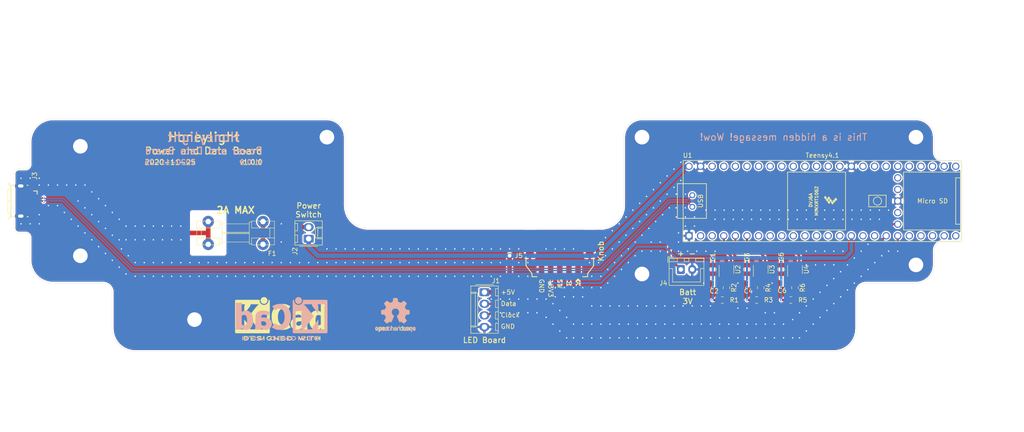
<source format=kicad_pcb>
(kicad_pcb (version 20171130) (host pcbnew "(5.1.6-0-10_14)")
  (title_block (title "Honeylight Power Board") (date 2020-11-12) (rev 1.0.0))
  (layers (0 F.Cu signal) (31 B.Cu signal) (36 B.SilkS user) (37 F.SilkS user) (38 B.Mask user) (39 F.Mask user) (44 Edge.Cuts user))
  (net 0 "")
  (net 1 "Net-(F1-Pad2)")
  (net 2 /VBUS-Raw)
  (net 3 GND)
  (net 4 +5V)
  (net 5 "Net-(J3-Pad4)")
  (net 6 /D+)
  (net 7 /D-)
  (net 8 /Clock)
  (net 9 /Data)
  (net 10 /VBatt)
  (net 11 "Net-(U1-Pad54)")
  (net 12 "Net-(U1-Pad53)")
  (net 13 "Net-(U1-Pad51)")
  (net 14 "Net-(U1-Pad17)")
  (net 15 "Net-(U1-Pad20)")
  (net 16 "Net-(U1-Pad16)")
  (net 17 "Net-(U1-Pad14)")
  (net 18 "Net-(U1-Pad21)")
  (net 19 "Net-(U1-Pad22)")
  (net 20 "Net-(U1-Pad23)")
  (net 21 "Net-(U1-Pad24)")
  (net 22 "Net-(U1-Pad25)")
  (net 23 "Net-(U1-Pad26)")
  (net 24 "Net-(U1-Pad27)")
  (net 25 "Net-(U1-Pad28)")
  (net 26 "Net-(U1-Pad29)")
  (net 27 "Net-(U1-Pad30)")
  (net 28 "Net-(U1-Pad31)")
  (net 29 "Net-(U1-Pad32)")
  (net 30 "Net-(U1-Pad33)")
  (net 31 "Net-(U1-Pad13)")
  (net 32 "Net-(U1-Pad12)")
  (net 33 "Net-(U1-Pad11)")
  (net 34 "Net-(U1-Pad10)")
  (net 35 "Net-(U1-Pad9)")
  (net 36 "Net-(U1-Pad8)")
  (net 37 "Net-(U1-Pad7)")
  (net 38 "Net-(U1-Pad3)")
  (net 39 "Net-(U1-Pad2)")
  (net 40 "Net-(U1-Pad35)")
  (net 41 "Net-(U1-Pad36)")
  (net 42 "Net-(U1-Pad37)")
  (net 43 "Net-(U1-Pad38)")
  (net 44 "Net-(U1-Pad39)")
  (net 45 "Net-(U1-Pad40)")
  (net 46 "Net-(U1-Pad41)")
  (net 47 "Net-(U1-Pad42)")
  (net 48 "Net-(U1-Pad43)")
  (net 49 "Net-(U1-Pad44)")
  (net 50 "Net-(U1-Pad45)")
  (net 51 "Net-(U1-Pad46)")
  (net 52 /Knob-Encoder-A)
  (net 53 /Knob-Encoder-B)
  (net 54 /Knob-SW)
  (net 55 +3V3)
  (net 56 "/Debounce Encoder A/Input-Filter")
  (net 57 "/Debounce Encoder B/Input-Filter")
  (net 58 "/Debounce Switch/Input-Filter")
  (net 59 /Debounced-Switch)
  (net 60 /Debounced-Encoder-B)
  (net 61 /Debounced-Encoder-A)
  (module Symbol:OSHW-Logo2_9.8x8mm_SilkScreen (layer B.Cu) (at 109 130 180)
    (fp_text reference REF** hide)
    (fp_text value OSHW-Logo2_9.8x8mm_SilkScreen hide)
  )
  (module Symbol:OSHW-Logo2_9.8x8mm_SilkScreen (layer F.Cu) (at 109 130)
    (fp_text reference REF** hide)
    (fp_text value OSHW-Logo2_9.8x8mm_SilkScreen hide)
  )
  (module Symbol:KiCad-Logo2_8mm_SilkScreen (layer B.Cu) (at 84 130 180)
    (fp_text reference REF** hide)
    (fp_text value KiCad-Logo2_8mm_SilkScreen hide)
  )
  (module Symbol:KiCad-Logo2_8mm_SilkScreen (layer F.Cu) (at 84 130)
    (fp_text reference REF** hide)
    (fp_text value KiCad-Logo2_8mm_SilkScreen hide)
  )
  (module Package_TO_SOT_SMD:SOT-23-5 (layer F.Cu) (at 196.5 120 90)
    (fp_text reference U4 (at 0 2.5 90) (layer F.SilkS))
    (fp_text value 74AHC1G14 hide)
    (pad 5 smd rect (at 1.1 -0.95 90) (size 1.06 0.65) (layers F.Cu F.Paste F.Mask) (net 55 +3V3))
    (pad 4 smd rect (at 1.1 0.95 90) (size 1.06 0.65) (layers F.Cu F.Paste F.Mask) (net 59 /Debounced-Switch))
    (pad 3 smd rect (at -1.1 0.95 90) (size 1.06 0.65) (layers F.Cu F.Paste F.Mask) (net 3 GND))
    (pad 2 smd rect (at -1.1 0 90) (size 1.06 0.65) (layers F.Cu F.Paste F.Mask) (net 58 "/Debounce Switch/Input-Filter"))
    (pad 1 smd rect (at -1.1 -0.95 90) (size 1.06 0.65) (layers F.Cu F.Paste F.Mask))
  )
  (module Package_TO_SOT_SMD:SOT-23-5 (layer F.Cu) (at 189 120 90)
    (fp_text reference U3 (at 0 2.5 90) (layer F.SilkS))
    (fp_text value 74AHC1G14 hide)
    (pad 5 smd rect (at 1.1 -0.95 90) (size 1.06 0.65) (layers F.Cu F.Paste F.Mask) (net 55 +3V3))
    (pad 4 smd rect (at 1.1 0.95 90) (size 1.06 0.65) (layers F.Cu F.Paste F.Mask) (net 60 /Debounced-Encoder-B))
    (pad 3 smd rect (at -1.1 0.95 90) (size 1.06 0.65) (layers F.Cu F.Paste F.Mask) (net 3 GND))
    (pad 2 smd rect (at -1.1 0 90) (size 1.06 0.65) (layers F.Cu F.Paste F.Mask) (net 57 "/Debounce Encoder B/Input-Filter"))
    (pad 1 smd rect (at -1.1 -0.95 90) (size 1.06 0.65) (layers F.Cu F.Paste F.Mask))
  )
  (module Package_TO_SOT_SMD:SOT-23-5 (layer F.Cu) (at 181.5 120 90)
    (fp_text reference U2 (at 0 2.5 90) (layer F.SilkS))
    (fp_text value 74AHC1G14 hide)
    (pad 5 smd rect (at 1.1 -0.95 90) (size 1.06 0.65) (layers F.Cu F.Paste F.Mask) (net 55 +3V3))
    (pad 4 smd rect (at 1.1 0.95 90) (size 1.06 0.65) (layers F.Cu F.Paste F.Mask) (net 61 /Debounced-Encoder-A))
    (pad 3 smd rect (at -1.1 0.95 90) (size 1.06 0.65) (layers F.Cu F.Paste F.Mask) (net 3 GND))
    (pad 2 smd rect (at -1.1 0 90) (size 1.06 0.65) (layers F.Cu F.Paste F.Mask) (net 56 "/Debounce Encoder A/Input-Filter"))
    (pad 1 smd rect (at -1.1 -0.95 90) (size 1.06 0.65) (layers F.Cu F.Paste F.Mask))
  )
  (module Resistor_SMD:R_0805_2012Metric (layer F.Cu) (at 196.5 124 270)
    (fp_text reference R6 (at 0 -1.65 90) (layer F.SilkS))
    (fp_text value 100 hide)
    (pad 2 smd roundrect (at 0.9375 0 270) (size 0.975 1.4) (layers F.Cu F.Paste F.Mask) (net 54 /Knob-SW))
    (pad 1 smd roundrect (at -0.9375 0 270) (size 0.975 1.4) (layers F.Cu F.Paste F.Mask) (net 58 "/Debounce Switch/Input-Filter"))
  )
  (module Resistor_SMD:R_0805_2012Metric (layer F.Cu) (at 195.6 126.7)
    (fp_text reference R5 (at 2.6 0) (layer F.SilkS))
    (fp_text value 10K hide)
    (pad 2 smd roundrect (at 0.9375 0) (size 0.975 1.4) (layers F.Cu F.Paste F.Mask) (net 54 /Knob-SW))
    (pad 1 smd roundrect (at -0.9375 0) (size 0.975 1.4) (layers F.Cu F.Paste F.Mask) (net 55 +3V3))
  )
  (module Resistor_SMD:R_0805_2012Metric (layer F.Cu) (at 189 124 270)
    (fp_text reference R4 (at 0 -1.65 90) (layer F.SilkS))
    (fp_text value 100 hide)
    (pad 2 smd roundrect (at 0.9375 0 270) (size 0.975 1.4) (layers F.Cu F.Paste F.Mask) (net 53 /Knob-Encoder-B))
    (pad 1 smd roundrect (at -0.9375 0 270) (size 0.975 1.4) (layers F.Cu F.Paste F.Mask) (net 57 "/Debounce Encoder B/Input-Filter"))
  )
  (module Resistor_SMD:R_0805_2012Metric (layer F.Cu) (at 188.1 126.7)
    (fp_text reference R3 (at 2.6 0) (layer F.SilkS))
    (fp_text value 10K hide)
    (pad 2 smd roundrect (at 0.9375 0) (size 0.975 1.4) (layers F.Cu F.Paste F.Mask) (net 53 /Knob-Encoder-B))
    (pad 1 smd roundrect (at -0.9375 0) (size 0.975 1.4) (layers F.Cu F.Paste F.Mask) (net 55 +3V3))
  )
  (module Resistor_SMD:R_0805_2012Metric (layer F.Cu) (at 181.5 124 270)
    (fp_text reference R2 (at 0 -1.65 90) (layer F.SilkS))
    (fp_text value 100 hide)
    (pad 2 smd roundrect (at 0.9375 0 270) (size 0.975 1.4) (layers F.Cu F.Paste F.Mask) (net 52 /Knob-Encoder-A))
    (pad 1 smd roundrect (at -0.9375 0 270) (size 0.975 1.4) (layers F.Cu F.Paste F.Mask) (net 56 "/Debounce Encoder A/Input-Filter"))
  )
  (module Resistor_SMD:R_0805_2012Metric (layer F.Cu) (at 180.6 126.7)
    (fp_text reference R1 (at 2.6 0) (layer F.SilkS))
    (fp_text value 10K hide)
    (pad 2 smd roundrect (at 0.9375 0) (size 0.975 1.4) (layers F.Cu F.Paste F.Mask) (net 52 /Knob-Encoder-A))
    (pad 1 smd roundrect (at -0.9375 0) (size 0.975 1.4) (layers F.Cu F.Paste F.Mask) (net 55 +3V3))
  )
  (module Capacitor_SMD:C_0805_2012Metric (layer F.Cu) (at 193.7 123 180)
    (fp_text reference C6 (at 0 -1.65) (layer F.SilkS))
    (fp_text value 10nF hide)
    (pad 2 smd roundrect (at 0.9375 0 180) (size 0.975 1.4) (layers F.Cu F.Paste F.Mask) (net 3 GND))
    (pad 1 smd roundrect (at -0.9375 0 180) (size 0.975 1.4) (layers F.Cu F.Paste F.Mask) (net 58 "/Debounce Switch/Input-Filter"))
  )
  (module Capacitor_SMD:C_0805_2012Metric (layer F.Cu) (at 193.5 120 270)
    (fp_text reference C5 (at -2.8 0 90) (layer F.SilkS))
    (fp_text value 100nF hide)
    (pad 2 smd roundrect (at 0.9375 0 270) (size 0.975 1.4) (layers F.Cu F.Paste F.Mask) (net 3 GND))
    (pad 1 smd roundrect (at -0.9375 0 270) (size 0.975 1.4) (layers F.Cu F.Paste F.Mask) (net 55 +3V3))
  )
  (module Capacitor_SMD:C_0805_2012Metric (layer F.Cu) (at 186.3 123.1 180)
    (fp_text reference C4 (at 0 -1.65) (layer F.SilkS))
    (fp_text value 10nF hide)
    (pad 2 smd roundrect (at 0.9375 0 180) (size 0.975 1.4) (layers F.Cu F.Paste F.Mask) (net 3 GND))
    (pad 1 smd roundrect (at -0.9375 0 180) (size 0.975 1.4) (layers F.Cu F.Paste F.Mask) (net 57 "/Debounce Encoder B/Input-Filter"))
  )
  (module Capacitor_SMD:C_0805_2012Metric (layer F.Cu) (at 186 120 270)
    (fp_text reference C3 (at -2.7 0 90) (layer F.SilkS))
    (fp_text value 100nF hide)
    (pad 2 smd roundrect (at 0.9375 0 270) (size 0.975 1.4) (layers F.Cu F.Paste F.Mask) (net 3 GND))
    (pad 1 smd roundrect (at -0.9375 0 270) (size 0.975 1.4) (layers F.Cu F.Paste F.Mask) (net 55 +3V3))
  )
  (module Capacitor_SMD:C_0805_2012Metric (layer F.Cu) (at 178.8 123.1 180)
    (fp_text reference C2 (at 0 -1.65) (layer F.SilkS))
    (fp_text value 10nF hide)
    (pad 2 smd roundrect (at 0.9375 0 180) (size 0.975 1.4) (layers F.Cu F.Paste F.Mask) (net 3 GND))
    (pad 1 smd roundrect (at -0.9375 0 180) (size 0.975 1.4) (layers F.Cu F.Paste F.Mask) (net 56 "/Debounce Encoder A/Input-Filter"))
  )
  (module Capacitor_SMD:C_0805_2012Metric (layer F.Cu) (at 178.5 120 270)
    (fp_text reference C1 (at -2.7 0 90) (layer F.SilkS))
    (fp_text value 100nF hide)
    (pad 2 smd roundrect (at 0.9375 0 270) (size 0.975 1.4) (layers F.Cu F.Paste F.Mask) (net 3 GND))
    (pad 1 smd roundrect (at -0.9375 0 270) (size 0.975 1.4) (layers F.Cu F.Paste F.Mask) (net 55 +3V3))
  )
  (module Honeylight:Molex_DuraClik_502352-05XX_1x05-1MP-P2.00mm_SMD_Horizontal (layer F.Cu) (at 145 116 180)
    (fp_text reference J5 (at 9 -1 180) (layer F.SilkS))
    (fp_text value Knob (at -9 0 90) (layer F.SilkS) (effects (font (size 1.2 1.2) (thickness 0.2))))
    (pad 1 smd roundrect (at -4 -4.065 180) (size 1.2 3.2) (layers F.Cu F.Paste F.Mask) (roundrect_rratio 0.164) (net 52 /Knob-Encoder-A))
    (pad 2 smd roundrect (at -2 -4.065 180) (size 1.2 3.2) (layers F.Cu F.Paste F.Mask) (roundrect_rratio 0.164) (net 53 /Knob-Encoder-B))
    (pad 3 smd roundrect (at 0 -4.065 180) (size 1.2 3.2) (layers F.Cu F.Paste F.Mask) (roundrect_rratio 0.164) (net 54 /Knob-SW))
    (pad 4 smd roundrect (at 2 -4.065 180) (size 1.2 3.2) (layers F.Cu F.Paste F.Mask) (roundrect_rratio 0.164) (net 55 +3V3))
    (pad MP smd roundrect (at 6.55 1.415 180) (size 1.7 5.3) (layers F.Cu F.Paste F.Mask) (roundrect_rratio 0.164) (net 3 GND))
    (pad MP smd roundrect (at -6.55 1.415 180) (size 1.7 5.3) (layers F.Cu F.Paste F.Mask) (roundrect_rratio 0.164) (net 3 GND))
    (pad 5 smd roundrect (at 4 -4.065 180) (size 1.2 3.2) (layers F.Cu F.Paste F.Mask) (roundrect_rratio 0.164) (net 3 GND))
  )
  (module Honeylight:Teensy41 (layer F.Cu) (at 202.5 105)
    (fp_text reference U1 (at -29.5 -10) (layer F.SilkS))
    (fp_text value Teensy4.1 (at 0 -10) (layer F.SilkS))
    (fp_text user USB (at -26.67 0 270) (layer F.SilkS))
    (fp_text user "Micro SD" (at 24.13 0) (layer F.SilkS))
    (fp_text user MIMXRT1062 (at -1.27 0 -90) (layer F.SilkS) (effects (font (size 0.7 0.7))))
    (fp_text user DVJ6A (at -2.54 -0.18 -90) (layer F.SilkS) (effects (font (size 0.7 0.7))))
    (pad 66 thru_hole circle (at -28.48 -1.27) (size 1.3 1.3) (drill 0.8) (layers *.Cu *.Mask) (net 7 /D-))
    (pad 67 thru_hole circle (at -28.48 1.27) (size 1.3 1.3) (drill 0.8) (layers *.Cu *.Mask) (net 6 /D+))
    (pad 54 thru_hole circle (at 16.51 -5.08) (size 1.6 1.6) (drill 1.1) (layers *.Cu *.Mask) (net 11 "Net-(U1-Pad54)"))
    (pad 53 thru_hole circle (at 16.51 -2.54) (size 1.6 1.6) (drill 1.1) (layers *.Cu *.Mask) (net 12 "Net-(U1-Pad53)"))
    (pad 52 thru_hole circle (at 16.51 0) (size 1.6 1.6) (drill 1.1) (layers *.Cu *.Mask) (net 3 GND))
    (pad 51 thru_hole circle (at 16.51 2.54) (size 1.6 1.6) (drill 1.1) (layers *.Cu *.Mask) (net 13 "Net-(U1-Pad51)"))
    (pad 50 thru_hole circle (at 16.51 5.08) (size 1.6 1.6) (drill 1.1) (layers *.Cu *.Mask) (net 10 /VBatt))
    (pad 17 thru_hole circle (at 11.43 7.62) (size 1.6 1.6) (drill 1.1) (layers *.Cu *.Mask) (net 14 "Net-(U1-Pad17)"))
    (pad 18 thru_hole circle (at 13.97 7.62) (size 1.6 1.6) (drill 1.1) (layers *.Cu *.Mask) (net 9 /Data))
    (pad 19 thru_hole circle (at 16.51 7.62) (size 1.6 1.6) (drill 1.1) (layers *.Cu *.Mask) (net 8 /Clock))
    (pad 20 thru_hole circle (at 19.05 7.62) (size 1.6 1.6) (drill 1.1) (layers *.Cu *.Mask) (net 15 "Net-(U1-Pad20)"))
    (pad 16 thru_hole circle (at 8.89 7.62) (size 1.6 1.6) (drill 1.1) (layers *.Cu *.Mask) (net 16 "Net-(U1-Pad16)"))
    (pad 15 thru_hole circle (at 6.35 7.62) (size 1.6 1.6) (drill 1.1) (layers *.Cu *.Mask) (net 55 +3V3))
    (pad 14 thru_hole circle (at 3.81 7.62) (size 1.6 1.6) (drill 1.1) (layers *.Cu *.Mask) (net 17 "Net-(U1-Pad14)"))
    (pad 21 thru_hole circle (at 21.59 7.62) (size 1.6 1.6) (drill 1.1) (layers *.Cu *.Mask) (net 18 "Net-(U1-Pad21)"))
    (pad 22 thru_hole circle (at 24.13 7.62) (size 1.6 1.6) (drill 1.1) (layers *.Cu *.Mask) (net 19 "Net-(U1-Pad22)"))
    (pad 23 thru_hole circle (at 26.67 7.62) (size 1.6 1.6) (drill 1.1) (layers *.Cu *.Mask) (net 20 "Net-(U1-Pad23)"))
    (pad 24 thru_hole circle (at 29.21 7.62) (size 1.6 1.6) (drill 1.1) (layers *.Cu *.Mask) (net 21 "Net-(U1-Pad24)"))
    (pad 25 thru_hole circle (at 29.21 -7.62) (size 1.6 1.6) (drill 1.1) (layers *.Cu *.Mask) (net 22 "Net-(U1-Pad25)"))
    (pad 26 thru_hole circle (at 26.67 -7.62) (size 1.6 1.6) (drill 1.1) (layers *.Cu *.Mask) (net 23 "Net-(U1-Pad26)"))
    (pad 27 thru_hole circle (at 24.13 -7.62) (size 1.6 1.6) (drill 1.1) (layers *.Cu *.Mask) (net 24 "Net-(U1-Pad27)"))
    (pad 28 thru_hole circle (at 21.59 -7.62) (size 1.6 1.6) (drill 1.1) (layers *.Cu *.Mask) (net 25 "Net-(U1-Pad28)"))
    (pad 29 thru_hole circle (at 19.05 -7.62) (size 1.6 1.6) (drill 1.1) (layers *.Cu *.Mask) (net 26 "Net-(U1-Pad29)"))
    (pad 30 thru_hole circle (at 16.51 -7.62) (size 1.6 1.6) (drill 1.1) (layers *.Cu *.Mask) (net 27 "Net-(U1-Pad30)"))
    (pad 31 thru_hole circle (at 13.97 -7.62) (size 1.6 1.6) (drill 1.1) (layers *.Cu *.Mask) (net 28 "Net-(U1-Pad31)"))
    (pad 32 thru_hole circle (at 11.43 -7.62) (size 1.6 1.6) (drill 1.1) (layers *.Cu *.Mask) (net 29 "Net-(U1-Pad32)"))
    (pad 33 thru_hole circle (at 8.89 -7.62) (size 1.6 1.6) (drill 1.1) (layers *.Cu *.Mask) (net 30 "Net-(U1-Pad33)"))
    (pad 34 thru_hole circle (at 6.35 -7.62) (size 1.6 1.6) (drill 1.1) (layers *.Cu *.Mask) (net 3 GND))
    (pad 13 thru_hole circle (at 1.27 7.62) (size 1.6 1.6) (drill 1.1) (layers *.Cu *.Mask) (net 31 "Net-(U1-Pad13)"))
    (pad 12 thru_hole circle (at -1.27 7.62) (size 1.6 1.6) (drill 1.1) (layers *.Cu *.Mask) (net 32 "Net-(U1-Pad12)"))
    (pad 11 thru_hole circle (at -3.81 7.62) (size 1.6 1.6) (drill 1.1) (layers *.Cu *.Mask) (net 33 "Net-(U1-Pad11)"))
    (pad 10 thru_hole circle (at -6.35 7.62) (size 1.6 1.6) (drill 1.1) (layers *.Cu *.Mask) (net 34 "Net-(U1-Pad10)"))
    (pad 9 thru_hole circle (at -8.89 7.62) (size 1.6 1.6) (drill 1.1) (layers *.Cu *.Mask) (net 35 "Net-(U1-Pad9)"))
    (pad 8 thru_hole circle (at -11.43 7.62) (size 1.6 1.6) (drill 1.1) (layers *.Cu *.Mask) (net 36 "Net-(U1-Pad8)"))
    (pad 7 thru_hole circle (at -13.97 7.62) (size 1.6 1.6) (drill 1.1) (layers *.Cu *.Mask) (net 37 "Net-(U1-Pad7)"))
    (pad 6 thru_hole circle (at -16.51 7.62) (size 1.6 1.6) (drill 1.1) (layers *.Cu *.Mask) (net 59 /Debounced-Switch))
    (pad 5 thru_hole circle (at -19.05 7.62) (size 1.6 1.6) (drill 1.1) (layers *.Cu *.Mask) (net 60 /Debounced-Encoder-B))
    (pad 4 thru_hole circle (at -21.59 7.62) (size 1.6 1.6) (drill 1.1) (layers *.Cu *.Mask) (net 61 /Debounced-Encoder-A))
    (pad 3 thru_hole circle (at -24.13 7.62) (size 1.6 1.6) (drill 1.1) (layers *.Cu *.Mask) (net 38 "Net-(U1-Pad3)"))
    (pad 2 thru_hole circle (at -26.67 7.62) (size 1.6 1.6) (drill 1.1) (layers *.Cu *.Mask) (net 39 "Net-(U1-Pad2)"))
    (pad 1 thru_hole rect (at -29.21 7.62) (size 1.6 1.6) (drill 1.1) (layers *.Cu *.Mask) (net 3 GND))
    (pad 35 thru_hole circle (at 3.81 -7.62) (size 1.6 1.6) (drill 1.1) (layers *.Cu *.Mask) (net 40 "Net-(U1-Pad35)"))
    (pad 36 thru_hole circle (at 1.27 -7.62) (size 1.6 1.6) (drill 1.1) (layers *.Cu *.Mask) (net 41 "Net-(U1-Pad36)"))
    (pad 37 thru_hole circle (at -1.27 -7.62) (size 1.6 1.6) (drill 1.1) (layers *.Cu *.Mask) (net 42 "Net-(U1-Pad37)"))
    (pad 38 thru_hole circle (at -3.81 -7.62) (size 1.6 1.6) (drill 1.1) (layers *.Cu *.Mask) (net 43 "Net-(U1-Pad38)"))
    (pad 39 thru_hole circle (at -6.35 -7.62) (size 1.6 1.6) (drill 1.1) (layers *.Cu *.Mask) (net 44 "Net-(U1-Pad39)"))
    (pad 40 thru_hole circle (at -8.89 -7.62) (size 1.6 1.6) (drill 1.1) (layers *.Cu *.Mask) (net 45 "Net-(U1-Pad40)"))
    (pad 41 thru_hole circle (at -11.43 -7.62) (size 1.6 1.6) (drill 1.1) (layers *.Cu *.Mask) (net 46 "Net-(U1-Pad41)"))
    (pad 42 thru_hole circle (at -13.97 -7.62) (size 1.6 1.6) (drill 1.1) (layers *.Cu *.Mask) (net 47 "Net-(U1-Pad42)"))
    (pad 43 thru_hole circle (at -16.51 -7.62) (size 1.6 1.6) (drill 1.1) (layers *.Cu *.Mask) (net 48 "Net-(U1-Pad43)"))
    (pad 44 thru_hole circle (at -19.05 -7.62) (size 1.6 1.6) (drill 1.1) (layers *.Cu *.Mask) (net 49 "Net-(U1-Pad44)"))
    (pad 45 thru_hole circle (at -21.59 -7.62) (size 1.6 1.6) (drill 1.1) (layers *.Cu *.Mask) (net 50 "Net-(U1-Pad45)"))
    (pad 46 thru_hole circle (at -24.13 -7.62) (size 1.6 1.6) (drill 1.1) (layers *.Cu *.Mask) (net 51 "Net-(U1-Pad46)"))
    (pad 47 thru_hole circle (at -26.67 -7.62) (size 1.6 1.6) (drill 1.1) (layers *.Cu *.Mask) (net 3 GND))
    (pad 48 thru_hole circle (at -29.21 -7.62) (size 1.6 1.6) (drill 1.1) (layers *.Cu *.Mask) (net 4 +5V))
  )
  (module MountingHole:MountingHole_3.2mm_M3_Pad (layer F.Cu) (at 65 131)
    (fp_text reference H4 hide)
    (fp_text value "Hole D" hide)
    (pad 1 thru_hole circle (at 0 0) (size 6.4 6.4) (drill 3.2) (layers *.Cu *.Mask) (net 3 GND))
  )
  (module Connector_JST:JST_XH_B2B-XH-A_1x02_P2.50mm_Vertical (layer F.Cu) (at 171.5 120)
    (fp_text reference J4 (at -3.8 3) (layer F.SilkS))
    (fp_text value Batt (at 1.5 5) (layer F.SilkS) (effects (font (size 1.2 1.2) (thickness 0.2))))
    (pad 2 thru_hole oval (at 2.5 0) (size 1.7 2) (drill 1) (layers *.Cu *.Mask) (net 3 GND))
    (pad 1 thru_hole roundrect (at 0 0) (size 1.7 2) (drill 1) (layers *.Cu *.Mask) (roundrect_rratio 0.147059) (net 10 /VBatt))
  )
  (module Connector_Molex:Molex_KK-254_AE-6410-04A_1x04_P2.54mm_Vertical (layer F.Cu) (at 128.5 125 270)
    (fp_text reference J1 (at -2.5 -2.5 180) (layer F.SilkS))
    (fp_text value "LED Board" (at 10.5 0) (layer F.SilkS) (effects (font (size 1.2 1.2) (thickness 0.2))))
    (pad 4 thru_hole oval (at 7.62 0 270) (size 1.74 2.19) (drill 1.19) (layers *.Cu *.Mask) (net 3 GND))
    (pad 3 thru_hole oval (at 5.08 0 270) (size 1.74 2.19) (drill 1.19) (layers *.Cu *.Mask) (net 8 /Clock))
    (pad 2 thru_hole oval (at 2.54 0 270) (size 1.74 2.19) (drill 1.19) (layers *.Cu *.Mask) (net 9 /Data))
    (pad 1 thru_hole roundrect (at 0 0 270) (size 1.74 2.19) (drill 1.19) (layers *.Cu *.Mask) (roundrect_rratio 0.143678) (net 4 +5V))
  )
  (module MountingHole:MountingHole_3.2mm_M3_Pad (layer F.Cu) (at 163 91)
    (fp_text reference H8 hide)
    (fp_text value "Hole H" hide)
    (pad 1 thru_hole circle (at 0 0) (size 6.4 6.4) (drill 3.2) (layers *.Cu *.Mask) (net 3 GND))
  )
  (module MountingHole:MountingHole_3.2mm_M3_Pad (layer F.Cu) (at 163 121)
    (fp_text reference H7 hide)
    (fp_text value "Hole G" hide)
    (pad 1 thru_hole circle (at 0 0) (size 6.4 6.4) (drill 3.2) (layers *.Cu *.Mask) (net 3 GND))
  )
  (module MountingHole:MountingHole_3.2mm_M3_Pad (layer F.Cu) (at 223 119)
    (fp_text reference H6 hide)
    (fp_text value "Hole F" hide)
    (pad 1 thru_hole circle (at 0 0) (size 6.4 6.4) (drill 3.2) (layers *.Cu *.Mask) (net 3 GND))
  )
  (module MountingHole:MountingHole_3.2mm_M3_Pad (layer F.Cu) (at 223 91)
    (fp_text reference H5 hide)
    (fp_text value "Hole E" hide)
    (pad 1 thru_hole circle (at 0 0) (size 6.4 6.4) (drill 3.2) (layers *.Cu *.Mask) (net 3 GND))
  )
  (module Honeylight:USB-Micro-B-FCI-10118193-0001LF (layer F.Cu) (at 26.95 105 270)
    (fp_text reference J3 (at -5.5 -3.05 90) (layer F.SilkS))
    (fp_text value "USB In")
    (pad 6 thru_hole oval (at 3.3 0 270) (size 2 2.5) (drill oval 0.7 1.2) (layers *.Cu *.Mask) (net 3 GND))
    (pad 6 thru_hole oval (at -3.3 0 270) (size 2 2.5) (drill oval 0.7 1.2) (layers *.Cu *.Mask) (net 3 GND))
    (pad 6 smd rect (at 1.2 0 270) (size 1.9 1.9) (layers F.Cu F.Paste F.Mask) (net 3 GND))
    (pad 6 smd rect (at -1.2 0 270) (size 1.9 1.9) (layers F.Cu F.Paste F.Mask) (net 3 GND))
    (pad 6 smd rect (at 3.2 -2.45 270) (size 1.6 1.4) (layers F.Cu F.Paste F.Mask) (net 3 GND))
    (pad 6 smd rect (at -3.2 -2.45 270) (size 1.6 1.4) (layers F.Cu F.Paste F.Mask) (net 3 GND))
    (pad 5 smd roundrect (at 1.5 -2.675 270) (size 0.8 1.35) (layers F.Cu F.Paste F.Mask) (roundrect_rratio 0.125) (net 3 GND))
    (pad 4 smd roundrect (at 0.65 -2.675 270) (size 0.4 1.35) (layers F.Cu F.Paste F.Mask) (net 5 "Net-(J3-Pad4)"))
    (pad 3 smd roundrect (at 0 -2.675 270) (size 0.4 1.35) (layers F.Cu F.Paste F.Mask) (net 6 /D+))
    (pad 2 smd roundrect (at -0.65 -2.675 270) (size 0.4 1.35) (layers F.Cu F.Paste F.Mask) (net 7 /D-))
    (pad 1 smd roundrect (at -1.5 -2.675 270) (size 0.8 1.35) (layers F.Cu F.Paste F.Mask) (roundrect_rratio 0.125) (net 2 /VBUS-Raw))
  )
  (module Connector_Molex:Molex_KK-254_AE-6410-02A_1x02_P2.54mm_Vertical (layer F.Cu) (at 90 113.27 90)
    (fp_text reference J2 (at -2.73 -3 270) (layer F.SilkS))
    (fp_text value "Power Switch" hide)
    (pad 1 thru_hole roundrect (at 0 0 90) (size 1.74 2.19) (drill 1.19) (layers *.Cu *.Mask) (roundrect_rratio 0.143678) (net 4 +5V))
    (pad 2 thru_hole oval (at 2.54 0 90) (size 1.74 2.19) (drill 1.19) (layers *.Cu *.Mask) (net 1 "Net-(F1-Pad2)"))
  )
  (module MountingHole:MountingHole_3.2mm_M3_Pad (layer F.Cu) (at 94 91)
    (fp_text reference H3 hide)
    (fp_text value "Hole C" hide)
    (pad 1 thru_hole circle (at 0 0) (size 6.4 6.4) (drill 3.2) (layers *.Cu *.Mask) (net 3 GND))
  )
  (module MountingHole:MountingHole_3.2mm_M3_Pad (layer F.Cu) (at 40 117)
    (fp_text reference H2 hide)
    (fp_text value "Hole B" hide)
    (pad 1 thru_hole circle (at 0 0) (size 6.4 6.4) (drill 3.2) (layers *.Cu *.Mask) (net 3 GND))
  )
  (module MountingHole:MountingHole_3.2mm_M3_Pad (layer F.Cu) (at 40 93)
    (fp_text reference H1 hide)
    (fp_text value "Hole A" hide)
    (pad 1 thru_hole circle (at 0 0) (size 6.4 6.4) (drill 3.2) (layers *.Cu *.Mask) (net 3 GND))
  )
  (module Honeylight:Fuseholder5x15_horiz_open_lateral_Type-II (layer F.Cu) (at 74 112)
    (fp_text reference F1 (at 8 4.5) (layer F.SilkS))
    (fp_text value 2A hide)
    (pad 2 thru_hole circle (at 6 -2.5) (size 2.5 2.5) (drill 1.2) (layers *.Cu *.Mask) (net 1 "Net-(F1-Pad2)"))
    (pad 2 thru_hole circle (at 6 2.5) (size 2.5 2.5) (drill 1.2) (layers *.Cu *.Mask) (net 1 "Net-(F1-Pad2)"))
    (pad 1 thru_hole circle (at -6 -2.5) (size 2.5 2.5) (drill 1.2) (layers *.Cu *.Mask) (net 2 /VBUS-Raw))
    (pad 1 thru_hole circle (at -6 2.5) (size 2.5 2.5) (drill 1.2) (layers *.Cu *.Mask) (net 2 /VBUS-Raw))
  )
  (gr_text "This is a hidden message! Wow!" (at 194 91) (layer B.SilkS) (effects (font (size 1.5 1.5) (thickness 0.2)) (justify mirror)))
  (gr_text 2020-11-25 (at 65.304762 96.5) (layer B.SilkS) (effects (font (size 1.1 1.1) (thickness 0.2)) (justify left mirror)))
  (gr_text v1.0.0 (at 74.771429 96.5) (layer B.SilkS) (effects (font (size 1.1 1.1) (thickness 0.2)) (justify right mirror)))
  (gr_text "Power and Data Board" (at 67 94) (layer B.SilkS) (effects (font (size 1.5 1.5) (thickness 0.25)) (justify mirror)))
  (gr_text Honeylight (at 67 91) (layer B.SilkS) (effects (font (size 2 2) (thickness 0.3)) (justify mirror)))
  (gr_text v1.0.0 (at 80 96.5) (layer F.SilkS) (effects (font (size 1.1 1.1) (thickness 0.2)) (justify right)))
  (gr_text 2020-11-25 (at 54 96.5) (layer F.SilkS) (effects (font (size 1.1 1.1) (thickness 0.2)) (justify left)))
  (gr_text "Power and Data Board" (at 67 94) (layer F.SilkS) (effects (font (size 1.5 1.5) (thickness 0.25))))
  (gr_text Honeylight (at 67 91) (layer F.SilkS) (effects (font (size 2 2) (thickness 0.3))))
  (gr_text "Power\nSwitch" (at 90 107) (layer F.SilkS) (effects (font (size 1.2 1.2) (thickness 0.2))))
  (gr_text GND (at 141 122 270) (layer F.SilkS) (effects (font (size 1 1)) (justify left)))
  (gr_text A (at 149 122.5 270) (layer F.SilkS) (effects (font (size 1 1)) (justify left)))
  (gr_text B (at 147 122.5 270) (layer F.SilkS) (effects (font (size 1 1)) (justify left)))
  (gr_text SW (at 145 122 270) (layer F.SilkS) (effects (font (size 1 1)) (justify left)))
  (gr_text +3V3 (at 143 122 270) (layer F.SilkS) (effects (font (size 1 1)) (justify left)))
  (gr_text GND (at 132 132.5) (layer F.SilkS) (effects (font (size 1 1)) (justify left)))
  (gr_text Clock (at 132 130) (layer F.SilkS) (effects (font (size 1 1)) (justify left)))
  (gr_text Data (at 132 127.5) (layer F.SilkS) (effects (font (size 1 1)) (justify left)))
  (gr_text +5V (at 132 125) (layer F.SilkS) (effects (font (size 1 1)) (justify left)))
  (gr_text 3V (at 173 127) (layer F.SilkS) (effects (font (size 1.2 1.2) (thickness 0.2))))
  (gr_text - (at 174 116.5) (layer F.SilkS) (effects (font (size 1.2 1.2) (thickness 0.2)) (justify mirror)))
  (gr_text "2A MAX" (at 74 107) (layer F.SilkS) (effects (font (size 1.5 1.5) (thickness 0.3))))
  (gr_text + (at 171.5 116.5) (layer F.SilkS) (effects (font (size 1.2 1.2) (thickness 0.2)) (justify mirror)))
  (gr_line (start 154 111) (end 103 111) (layer Edge.Cuts) (width 0.05))
  (gr_arc (start 154 106) (end 154 111) (angle -90) (layer Edge.Cuts) (width 0.05))
  (gr_arc (start 103 106) (end 98 106) (angle -90) (layer Edge.Cuts) (width 0.05))
  (gr_line (start 159 91) (end 159 106) (layer Edge.Cuts) (width 0.05))
  (gr_arc (start 163 91) (end 163 87) (angle -90) (layer Edge.Cuts) (width 0.05))
  (gr_line (start 98 91) (end 98 106) (layer Edge.Cuts) (width 0.05))
  (gr_arc (start 94 91) (end 98 91) (angle -90) (layer Edge.Cuts) (width 0.05))
  (gr_arc (start 28 97) (end 28 98) (angle -90) (layer Edge.Cuts) (width 0.05))
  (gr_arc (start 26.5 99) (end 26.5 98) (angle -90) (layer Edge.Cuts) (width 0.05))
  (gr_line (start 28 112) (end 26.5 112) (layer Edge.Cuts) (width 0.05))
  (gr_arc (start 26.5 111) (end 25.5 111) (angle -90) (layer Edge.Cuts) (width 0.05))
  (gr_arc (start 28 113) (end 29 113) (angle -90) (layer Edge.Cuts) (width 0.05))
  (gr_arc (start 34 118) (end 29 118) (angle -90) (layer Edge.Cuts) (width 0.05))
  (gr_arc (start 34 92) (end 34 87) (angle -90) (layer Edge.Cuts) (width 0.05))
  (gr_arc (start 45 125.000001) (end 47 125) (angle -90) (layer Edge.Cuts) (width 0.05))
  (gr_arc (start 52 133) (end 47 133) (angle -90) (layer Edge.Cuts) (width 0.05))
  (gr_arc (start 205 133) (end 205 138) (angle -90) (layer Edge.Cuts) (width 0.05))
  (gr_arc (start 212.000001 125) (end 212 123) (angle -90) (layer Edge.Cuts) (width 0.05))
  (gr_arc (start 223 119) (end 223 123) (angle -90) (layer Edge.Cuts) (width 0.05))
  (gr_arc (start 229 115.8) (end 229 113.799999) (angle -90) (layer Edge.Cuts) (width 0.05))
  (gr_arc (start 232 112.8) (end 232 113.8) (angle -90) (layer Edge.Cuts) (width 0.05))
  (gr_arc (start 232 97.2) (end 233 97.2) (angle -90) (layer Edge.Cuts) (width 0.05))
  (gr_arc (start 229 94.2) (end 227 94.2) (angle -90) (layer Edge.Cuts) (width 0.05))
  (gr_arc (start 223 91) (end 227 91) (angle -90) (layer Edge.Cuts) (width 0.05))
  (gr_line (start 205 138) (end 52 138) (layer Edge.Cuts) (width 0.05))
  (gr_line (start 210.000001 125.000001) (end 210 133) (layer Edge.Cuts) (width 0.05))
  (gr_line (start 223 123) (end 212 123) (layer Edge.Cuts) (width 0.05))
  (gr_line (start 226.999999 115.8) (end 227 119) (layer Edge.Cuts) (width 0.05))
  (gr_line (start 232 113.8) (end 229 113.8) (layer Edge.Cuts) (width 0.05))
  (gr_line (start 233 97.2) (end 233 112.8) (layer Edge.Cuts) (width 0.05))
  (gr_line (start 229 96.2) (end 232 96.2) (layer Edge.Cuts) (width 0.05))
  (gr_line (start 227 91) (end 227 94.2) (layer Edge.Cuts) (width 0.05))
  (gr_line (start 163 87) (end 223 87) (layer Edge.Cuts) (width 0.05))
  (gr_line (start 29 97) (end 29 92) (layer Edge.Cuts) (width 0.05))
  (gr_line (start 26.5 98) (end 28 98) (layer Edge.Cuts) (width 0.05))
  (gr_line (start 25.5 111) (end 25.5 99) (layer Edge.Cuts) (width 0.05))
  (gr_line (start 29 118) (end 29 113) (layer Edge.Cuts) (width 0.05))
  (gr_line (start 44.999999 123.000001) (end 34 123) (layer Edge.Cuts) (width 0.05))
  (gr_line (start 47 133) (end 47 125) (layer Edge.Cuts) (width 0.05))
  (gr_line (start 34 87) (end 94 87) (layer Edge.Cuts) (width 0.05))
  (segment (start 80 112) (end 80 114.5) (width 1) (layer F.Cu) (net 1))
  (segment (start 80 109.5) (end 80 112) (width 1) (layer F.Cu) (net 1))
  (segment (start 84 112) (end 85.27 110.73) (width 1) (layer F.Cu) (net 1))
  (segment (start 85.27 110.73) (end 90 110.73) (width 1) (layer F.Cu) (net 1))
  (segment (start 80 112) (end 84 112) (width 1) (layer F.Cu) (net 1))
  (segment (start 29.625 103.5) (end 30.5 103.5) (width 0.8) (layer F.Cu) (net 2))
  (segment (start 30.5 103.5) (end 31 103) (width 0.8) (layer F.Cu) (net 2))
  (segment (start 40 103) (end 49 112) (width 1) (layer F.Cu) (net 2))
  (segment (start 31 103) (end 40 103) (width 1) (layer F.Cu) (net 2))
  (segment (start 49 112) (end 68 112) (width 1) (layer F.Cu) (net 2))
  (segment (start 68 112) (end 68 114.5) (width 1) (layer F.Cu) (net 2))
  (segment (start 68 109.5) (end 68 112) (width 1) (layer F.Cu) (net 2))
  (segment (start 27.25 106.5) (end 26.95 106.2) (width 0.5) (layer F.Cu) (net 3))
  (via (at 27 100) (size 0.5) (drill 0.3) (layers F.Cu B.Cu) (net 3))
  (via (at 29 100) (size 0.5) (drill 0.3) (layers F.Cu B.Cu) (net 3))
  (via (at 31 100) (size 0.5) (drill 0.3) (layers F.Cu B.Cu) (net 3))
  (via (at 27 110) (size 0.5) (drill 0.3) (layers F.Cu B.Cu) (net 3))
  (via (at 29 110) (size 0.5) (drill 0.3) (layers F.Cu B.Cu) (net 3))
  (via (at 31 110) (size 0.5) (drill 0.3) (layers F.Cu B.Cu) (net 3))
  (via (at 31 108) (size 0.5) (drill 0.3) (layers F.Cu B.Cu) (net 3))
  (via (at 31 101.5) (size 0.5) (drill 0.3) (layers F.Cu B.Cu) (net 3))
  (via (at 33 101.5) (size 0.5) (drill 0.3) (layers F.Cu B.Cu) (net 3))
  (via (at 35 101.5) (size 0.5) (drill 0.3) (layers F.Cu B.Cu) (net 3))
  (via (at 37 101.5) (size 0.5) (drill 0.3) (layers F.Cu B.Cu) (net 3))
  (via (at 39 101.5) (size 0.5) (drill 0.3) (layers F.Cu B.Cu) (net 3))
  (via (at 41 101.5) (size 0.5) (drill 0.3) (layers F.Cu B.Cu) (net 3))
  (via (at 42.5 103) (size 0.5) (drill 0.3) (layers F.Cu B.Cu) (net 3))
  (via (at 44 104.5) (size 0.5) (drill 0.3) (layers F.Cu B.Cu) (net 3))
  (via (at 45.5 106) (size 0.5) (drill 0.3) (layers F.Cu B.Cu) (net 3))
  (via (at 47 107.5) (size 0.5) (drill 0.3) (layers F.Cu B.Cu) (net 3))
  (via (at 48.5 109) (size 0.5) (drill 0.3) (layers F.Cu B.Cu) (net 3))
  (via (at 50 110.5) (size 0.5) (drill 0.3) (layers F.Cu B.Cu) (net 3))
  (via (at 52 110.5) (size 0.5) (drill 0.3) (layers F.Cu B.Cu) (net 3))
  (via (at 54 110.5) (size 0.5) (drill 0.3) (layers F.Cu B.Cu) (net 3))
  (via (at 56 110.5) (size 0.5) (drill 0.3) (layers F.Cu B.Cu) (net 3))
  (via (at 58 110.5) (size 0.5) (drill 0.3) (layers F.Cu B.Cu) (net 3))
  (via (at 60 110.5) (size 0.5) (drill 0.3) (layers F.Cu B.Cu) (net 3))
  (via (at 62 110.5) (size 0.5) (drill 0.3) (layers F.Cu B.Cu) (net 3))
  (via (at 41 106.5) (size 0.5) (drill 0.3) (layers F.Cu B.Cu) (net 3))
  (via (at 42.5 108) (size 0.5) (drill 0.3) (layers F.Cu B.Cu) (net 3))
  (via (at 44 109.5) (size 0.5) (drill 0.3) (layers F.Cu B.Cu) (net 3))
  (via (at 45.5 111) (size 0.5) (drill 0.3) (layers F.Cu B.Cu) (net 3))
  (via (at 47 112.5) (size 0.5) (drill 0.3) (layers F.Cu B.Cu) (net 3))
  (via (at 50 113.5) (size 0.5) (drill 0.3) (layers F.Cu B.Cu) (net 3))
  (via (at 52 113.5) (size 0.5) (drill 0.3) (layers F.Cu B.Cu) (net 3))
  (via (at 54 113.5) (size 0.5) (drill 0.3) (layers F.Cu B.Cu) (net 3))
  (via (at 56 113.5) (size 0.5) (drill 0.3) (layers F.Cu B.Cu) (net 3))
  (via (at 58 113.5) (size 0.5) (drill 0.3) (layers F.Cu B.Cu) (net 3))
  (via (at 60 113.5) (size 0.5) (drill 0.3) (layers F.Cu B.Cu) (net 3))
  (via (at 62 113.5) (size 0.5) (drill 0.3) (layers F.Cu B.Cu) (net 3))
  (via (at 48.5 113.5) (size 0.5) (drill 0.3) (layers F.Cu B.Cu) (net 3))
  (via (at 33 106) (size 0.5) (drill 0.3) (layers F.Cu B.Cu) (net 3))
  (via (at 36.5 107.5) (size 0.5) (drill 0.3) (layers F.Cu B.Cu) (net 3))
  (via (at 38 109) (size 0.5) (drill 0.3) (layers F.Cu B.Cu) (net 3))
  (via (at 39.5 110.5) (size 0.5) (drill 0.3) (layers F.Cu B.Cu) (net 3))
  (via (at 41 112) (size 0.5) (drill 0.3) (layers F.Cu B.Cu) (net 3))
  (via (at 39.5 105) (size 0.5) (drill 0.3) (layers F.Cu B.Cu) (net 3))
  (via (at 42.5 113.5) (size 0.5) (drill 0.3) (layers F.Cu B.Cu) (net 3))
  (via (at 44 115) (size 0.5) (drill 0.3) (layers F.Cu B.Cu) (net 3))
  (via (at 45.5 116.5) (size 0.5) (drill 0.3) (layers F.Cu B.Cu) (net 3))
  (via (at 47 118) (size 0.5) (drill 0.3) (layers F.Cu B.Cu) (net 3))
  (via (at 48.5 119.5) (size 0.5) (drill 0.3) (layers F.Cu B.Cu) (net 3))
  (via (at 50 121) (size 0.5) (drill 0.3) (layers F.Cu B.Cu) (net 3))
  (via (at 52 121.5) (size 0.5) (drill 0.3) (layers F.Cu B.Cu) (net 3))
  (via (at 54 121.5) (size 0.5) (drill 0.3) (layers F.Cu B.Cu) (net 3))
  (via (at 56 121.5) (size 0.5) (drill 0.3) (layers F.Cu B.Cu) (net 3))
  (via (at 58 121.5) (size 0.5) (drill 0.3) (layers F.Cu B.Cu) (net 3))
  (via (at 60 121.5) (size 0.5) (drill 0.3) (layers F.Cu B.Cu) (net 3))
  (via (at 62 121.5) (size 0.5) (drill 0.3) (layers F.Cu B.Cu) (net 3))
  (via (at 64 121.5) (size 0.5) (drill 0.3) (layers F.Cu B.Cu) (net 3))
  (via (at 66 121.5) (size 0.5) (drill 0.3) (layers F.Cu B.Cu) (net 3))
  (via (at 68 121.5) (size 0.5) (drill 0.3) (layers F.Cu B.Cu) (net 3))
  (via (at 70 121.5) (size 0.5) (drill 0.3) (layers F.Cu B.Cu) (net 3))
  (via (at 72 121.5) (size 0.5) (drill 0.3) (layers F.Cu B.Cu) (net 3))
  (via (at 74 121.5) (size 0.5) (drill 0.3) (layers F.Cu B.Cu) (net 3))
  (via (at 76 121.5) (size 0.5) (drill 0.3) (layers F.Cu B.Cu) (net 3))
  (via (at 78 121.5) (size 0.5) (drill 0.3) (layers F.Cu B.Cu) (net 3))
  (via (at 80 121.5) (size 0.5) (drill 0.3) (layers F.Cu B.Cu) (net 3))
  (via (at 82 121.5) (size 0.5) (drill 0.3) (layers F.Cu B.Cu) (net 3))
  (via (at 84 121.5) (size 0.5) (drill 0.3) (layers F.Cu B.Cu) (net 3))
  (via (at 86 121.5) (size 0.5) (drill 0.3) (layers F.Cu B.Cu) (net 3))
  (via (at 88 121.5) (size 0.5) (drill 0.3) (layers F.Cu B.Cu) (net 3))
  (via (at 90 121.5) (size 0.5) (drill 0.3) (layers F.Cu B.Cu) (net 3))
  (via (at 92 121.5) (size 0.5) (drill 0.3) (layers F.Cu B.Cu) (net 3))
  (via (at 94 121.5) (size 0.5) (drill 0.3) (layers F.Cu B.Cu) (net 3))
  (via (at 96 121.5) (size 0.5) (drill 0.3) (layers F.Cu B.Cu) (net 3))
  (via (at 98 121.5) (size 0.5) (drill 0.3) (layers F.Cu B.Cu) (net 3))
  (via (at 100 121.5) (size 0.5) (drill 0.3) (layers F.Cu B.Cu) (net 3))
  (via (at 102 121.5) (size 0.5) (drill 0.3) (layers F.Cu B.Cu) (net 3))
  (via (at 104 121.5) (size 0.5) (drill 0.3) (layers F.Cu B.Cu) (net 3))
  (via (at 106 121.5) (size 0.5) (drill 0.3) (layers F.Cu B.Cu) (net 3))
  (via (at 108 121.5) (size 0.5) (drill 0.3) (layers F.Cu B.Cu) (net 3))
  (via (at 110 121.5) (size 0.5) (drill 0.3) (layers F.Cu B.Cu) (net 3))
  (via (at 112 121.5) (size 0.5) (drill 0.3) (layers F.Cu B.Cu) (net 3))
  (via (at 114 121.5) (size 0.5) (drill 0.3) (layers F.Cu B.Cu) (net 3))
  (via (at 116 121.5) (size 0.5) (drill 0.3) (layers F.Cu B.Cu) (net 3))
  (via (at 118 121.5) (size 0.5) (drill 0.3) (layers F.Cu B.Cu) (net 3))
  (via (at 120 121.5) (size 0.5) (drill 0.3) (layers F.Cu B.Cu) (net 3))
  (via (at 122 121.5) (size 0.5) (drill 0.3) (layers F.Cu B.Cu) (net 3))
  (via (at 124 121.5) (size 0.5) (drill 0.3) (layers F.Cu B.Cu) (net 3))
  (via (at 126 121.5) (size 0.5) (drill 0.3) (layers F.Cu B.Cu) (net 3))
  (via (at 128 121.5) (size 0.5) (drill 0.3) (layers F.Cu B.Cu) (net 3))
  (via (at 130 121.5) (size 0.5) (drill 0.3) (layers F.Cu B.Cu) (net 3))
  (via (at 132 121.5) (size 0.5) (drill 0.3) (layers F.Cu B.Cu) (net 3))
  (via (at 136 121.5) (size 0.5) (drill 0.3) (layers F.Cu B.Cu) (net 3))
  (via (at 35 106) (size 0.5) (drill 0.3) (layers F.Cu B.Cu) (net 3))
  (via (at 52 118.5) (size 0.5) (drill 0.3) (layers F.Cu B.Cu) (net 3))
  (via (at 54 118.5) (size 0.5) (drill 0.3) (layers F.Cu B.Cu) (net 3))
  (via (at 56 118.5) (size 0.5) (drill 0.3) (layers F.Cu B.Cu) (net 3))
  (via (at 58 118.5) (size 0.5) (drill 0.3) (layers F.Cu B.Cu) (net 3))
  (via (at 60 118.5) (size 0.5) (drill 0.3) (layers F.Cu B.Cu) (net 3))
  (via (at 62 118.5) (size 0.5) (drill 0.3) (layers F.Cu B.Cu) (net 3))
  (via (at 64 118.5) (size 0.5) (drill 0.3) (layers F.Cu B.Cu) (net 3))
  (via (at 66 118.5) (size 0.5) (drill 0.3) (layers F.Cu B.Cu) (net 3))
  (via (at 68 118.5) (size 0.5) (drill 0.3) (layers F.Cu B.Cu) (net 3))
  (via (at 70 118.5) (size 0.5) (drill 0.3) (layers F.Cu B.Cu) (net 3))
  (via (at 72 118.5) (size 0.5) (drill 0.3) (layers F.Cu B.Cu) (net 3))
  (via (at 74 118.5) (size 0.5) (drill 0.3) (layers F.Cu B.Cu) (net 3))
  (via (at 76 118.5) (size 0.5) (drill 0.3) (layers F.Cu B.Cu) (net 3))
  (via (at 78 118.5) (size 0.5) (drill 0.3) (layers F.Cu B.Cu) (net 3))
  (via (at 80 118.5) (size 0.5) (drill 0.3) (layers F.Cu B.Cu) (net 3))
  (via (at 82 118.5) (size 0.5) (drill 0.3) (layers F.Cu B.Cu) (net 3))
  (via (at 84 118.5) (size 0.5) (drill 0.3) (layers F.Cu B.Cu) (net 3))
  (via (at 86 118.5) (size 0.5) (drill 0.3) (layers F.Cu B.Cu) (net 3))
  (via (at 88 118.5) (size 0.5) (drill 0.3) (layers F.Cu B.Cu) (net 3))
  (via (at 90 118.5) (size 0.5) (drill 0.3) (layers F.Cu B.Cu) (net 3))
  (via (at 92 118.5) (size 0.5) (drill 0.3) (layers F.Cu B.Cu) (net 3))
  (via (at 94 118.5) (size 0.5) (drill 0.3) (layers F.Cu B.Cu) (net 3))
  (via (at 96 118.5) (size 0.5) (drill 0.3) (layers F.Cu B.Cu) (net 3))
  (via (at 98 118.5) (size 0.5) (drill 0.3) (layers F.Cu B.Cu) (net 3))
  (via (at 100 118.5) (size 0.5) (drill 0.3) (layers F.Cu B.Cu) (net 3))
  (via (at 102 118.5) (size 0.5) (drill 0.3) (layers F.Cu B.Cu) (net 3))
  (via (at 104 118.5) (size 0.5) (drill 0.3) (layers F.Cu B.Cu) (net 3))
  (via (at 106 118.5) (size 0.5) (drill 0.3) (layers F.Cu B.Cu) (net 3))
  (via (at 108 118.5) (size 0.5) (drill 0.3) (layers F.Cu B.Cu) (net 3))
  (via (at 110 118.5) (size 0.5) (drill 0.3) (layers F.Cu B.Cu) (net 3))
  (via (at 112 118.5) (size 0.5) (drill 0.3) (layers F.Cu B.Cu) (net 3))
  (via (at 114 118.5) (size 0.5) (drill 0.3) (layers F.Cu B.Cu) (net 3))
  (via (at 116 118.5) (size 0.5) (drill 0.3) (layers F.Cu B.Cu) (net 3))
  (via (at 118 118.5) (size 0.5) (drill 0.3) (layers F.Cu B.Cu) (net 3))
  (via (at 120 118.5) (size 0.5) (drill 0.3) (layers F.Cu B.Cu) (net 3))
  (via (at 122 118.5) (size 0.5) (drill 0.3) (layers F.Cu B.Cu) (net 3))
  (via (at 124 118.5) (size 0.5) (drill 0.3) (layers F.Cu B.Cu) (net 3))
  (via (at 126 118.5) (size 0.5) (drill 0.3) (layers F.Cu B.Cu) (net 3))
  (via (at 128 118.5) (size 0.5) (drill 0.3) (layers F.Cu B.Cu) (net 3))
  (via (at 130 118.5) (size 0.5) (drill 0.3) (layers F.Cu B.Cu) (net 3))
  (via (at 132 118.5) (size 0.5) (drill 0.3) (layers F.Cu B.Cu) (net 3))
  (via (at 136 118.5) (size 0.5) (drill 0.3) (layers F.Cu B.Cu) (net 3))
  (via (at 138 118.5) (size 0.5) (drill 0.3) (layers F.Cu B.Cu) (net 3))
  (via (at 138 121.5) (size 0.5) (drill 0.3) (layers F.Cu B.Cu) (net 3))
  (via (at 151.5 118.5) (size 0.5) (drill 0.3) (layers F.Cu B.Cu) (net 3))
  (via (at 152 121.5) (size 0.5) (drill 0.3) (layers F.Cu B.Cu) (net 3))
  (via (at 154 121.5) (size 0.5) (drill 0.3) (layers F.Cu B.Cu) (net 3))
  (via (at 153.5 118.5) (size 0.5) (drill 0.3) (layers F.Cu B.Cu) (net 3))
  (via (at 155 117) (size 0.5) (drill 0.3) (layers F.Cu B.Cu) (net 3))
  (via (at 155.5 120) (size 0.5) (drill 0.3) (layers F.Cu B.Cu) (net 3))
  (via (at 157 118.5) (size 0.5) (drill 0.3) (layers F.Cu B.Cu) (net 3))
  (via (at 158.5 117) (size 0.5) (drill 0.3) (layers F.Cu B.Cu) (net 3))
  (via (at 160 115.5) (size 0.5) (drill 0.3) (layers F.Cu B.Cu) (net 3))
  (via (at 161.5 114) (size 0.5) (drill 0.3) (layers F.Cu B.Cu) (net 3))
  (via (at 156.5 115.5) (size 0.5) (drill 0.3) (layers F.Cu B.Cu) (net 3))
  (via (at 158 114) (size 0.5) (drill 0.3) (layers F.Cu B.Cu) (net 3))
  (via (at 159.5 112.5) (size 0.5) (drill 0.3) (layers F.Cu B.Cu) (net 3))
  (via (at 161 111) (size 0.5) (drill 0.3) (layers F.Cu B.Cu) (net 3))
  (via (at 162.5 109.5) (size 0.5) (drill 0.3) (layers F.Cu B.Cu) (net 3))
  (via (at 164 108) (size 0.5) (drill 0.3) (layers F.Cu B.Cu) (net 3))
  (via (at 165.5 106.5) (size 0.5) (drill 0.3) (layers F.Cu B.Cu) (net 3))
  (via (at 167 105) (size 0.5) (drill 0.3) (layers F.Cu B.Cu) (net 3))
  (via (at 168.5 103.5) (size 0.5) (drill 0.3) (layers F.Cu B.Cu) (net 3))
  (via (at 170.5 103.5) (size 0.5) (drill 0.3) (layers F.Cu B.Cu) (net 3))
  (via (at 172.5 103.5) (size 0.5) (drill 0.3) (layers F.Cu B.Cu) (net 3))
  (via (at 163 112.5) (size 0.5) (drill 0.3) (layers F.Cu B.Cu) (net 3))
  (via (at 164.5 111) (size 0.5) (drill 0.3) (layers F.Cu B.Cu) (net 3))
  (via (at 166 109.5) (size 0.5) (drill 0.3) (layers F.Cu B.Cu) (net 3))
  (via (at 167.5 108) (size 0.5) (drill 0.3) (layers F.Cu B.Cu) (net 3))
  (via (at 169 106.5) (size 0.5) (drill 0.3) (layers F.Cu B.Cu) (net 3))
  (via (at 170.5 106.5) (size 0.5) (drill 0.3) (layers F.Cu B.Cu) (net 3))
  (via (at 172.5 106.5) (size 0.5) (drill 0.3) (layers F.Cu B.Cu) (net 3))
  (via (at 146 124) (size 0.5) (drill 0.3) (layers F.Cu B.Cu) (net 3))
  (via (at 148 124) (size 0.5) (drill 0.3) (layers F.Cu B.Cu) (net 3))
  (via (at 150 124) (size 0.5) (drill 0.3) (layers F.Cu B.Cu) (net 3))
  (via (at 144 124) (size 0.5) (drill 0.3) (layers F.Cu B.Cu) (net 3))
  (via (at 152 124) (size 0.5) (drill 0.3) (layers F.Cu B.Cu) (net 3))
  (via (at 154 124) (size 0.5) (drill 0.3) (layers F.Cu B.Cu) (net 3))
  (via (at 116 115.5) (size 0.5) (drill 0.3) (layers F.Cu B.Cu) (net 3))
  (via (at 94 115.5) (size 0.5) (drill 0.3) (layers F.Cu B.Cu) (net 3))
  (via (at 122 115.5) (size 0.5) (drill 0.3) (layers F.Cu B.Cu) (net 3))
  (via (at 114 115.5) (size 0.5) (drill 0.3) (layers F.Cu B.Cu) (net 3))
  (via (at 108 115.5) (size 0.5) (drill 0.3) (layers F.Cu B.Cu) (net 3))
  (via (at 112 115.5) (size 0.5) (drill 0.3) (layers F.Cu B.Cu) (net 3))
  (via (at 96 115.5) (size 0.5) (drill 0.3) (layers F.Cu B.Cu) (net 3))
  (via (at 102 115.5) (size 0.5) (drill 0.3) (layers F.Cu B.Cu) (net 3))
  (via (at 104 115.5) (size 0.5) (drill 0.3) (layers F.Cu B.Cu) (net 3))
  (via (at 126 115.5) (size 0.5) (drill 0.3) (layers F.Cu B.Cu) (net 3))
  (via (at 118 115.5) (size 0.5) (drill 0.3) (layers F.Cu B.Cu) (net 3))
  (via (at 98 115.5) (size 0.5) (drill 0.3) (layers F.Cu B.Cu) (net 3))
  (via (at 106 115.5) (size 0.5) (drill 0.3) (layers F.Cu B.Cu) (net 3))
  (via (at 100 115.5) (size 0.5) (drill 0.3) (layers F.Cu B.Cu) (net 3))
  (via (at 124 115.5) (size 0.5) (drill 0.3) (layers F.Cu B.Cu) (net 3))
  (via (at 120 115.5) (size 0.5) (drill 0.3) (layers F.Cu B.Cu) (net 3))
  (via (at 110 115.5) (size 0.5) (drill 0.3) (layers F.Cu B.Cu) (net 3))
  (via (at 128 115.5) (size 0.5) (drill 0.3) (layers F.Cu B.Cu) (net 3))
  (via (at 130 115.5) (size 0.5) (drill 0.3) (layers F.Cu B.Cu) (net 3))
  (via (at 132 115.5) (size 0.5) (drill 0.3) (layers F.Cu B.Cu) (net 3))
  (via (at 134 115.5) (size 0.5) (drill 0.3) (layers F.Cu B.Cu) (net 3))
  (via (at 136 115.5) (size 0.5) (drill 0.3) (layers F.Cu B.Cu) (net 3))
  (via (at 142 115.5) (size 0.5) (drill 0.3) (layers F.Cu B.Cu) (net 3))
  (via (at 144 115.5) (size 0.5) (drill 0.3) (layers F.Cu B.Cu) (net 3))
  (via (at 146 115.5) (size 0.5) (drill 0.3) (layers F.Cu B.Cu) (net 3))
  (via (at 148 115.5) (size 0.5) (drill 0.3) (layers F.Cu B.Cu) (net 3))
  (via (at 155 113) (size 0.5) (drill 0.3) (layers F.Cu B.Cu) (net 3))
  (via (at 156.5 111.5) (size 0.5) (drill 0.3) (layers F.Cu B.Cu) (net 3))
  (via (at 158 110) (size 0.5) (drill 0.3) (layers F.Cu B.Cu) (net 3))
  (via (at 159.5 108.5) (size 0.5) (drill 0.3) (layers F.Cu B.Cu) (net 3))
  (via (at 161 107) (size 0.5) (drill 0.3) (layers F.Cu B.Cu) (net 3))
  (via (at 162.5 105.5) (size 0.5) (drill 0.3) (layers F.Cu B.Cu) (net 3))
  (via (at 164 104) (size 0.5) (drill 0.3) (layers F.Cu B.Cu) (net 3))
  (via (at 165.5 102.5) (size 0.5) (drill 0.3) (layers F.Cu B.Cu) (net 3))
  (via (at 167 101) (size 0.5) (drill 0.3) (layers F.Cu B.Cu) (net 3))
  (via (at 168.5 99.5) (size 0.5) (drill 0.3) (layers F.Cu B.Cu) (net 3))
  (via (at 170 98) (size 0.5) (drill 0.3) (layers F.Cu B.Cu) (net 3))
  (via (at 171.5 96.5) (size 0.5) (drill 0.3) (layers F.Cu B.Cu) (net 3))
  (via (at 155.5 123) (size 0.5) (drill 0.3) (layers F.Cu B.Cu) (net 3))
  (via (at 157 121.5) (size 0.5) (drill 0.3) (layers F.Cu B.Cu) (net 3))
  (via (at 158.5 120) (size 0.5) (drill 0.3) (layers F.Cu B.Cu) (net 3))
  (via (at 160 118.5) (size 0.5) (drill 0.3) (layers F.Cu B.Cu) (net 3))
  (via (at 161.5 117) (size 0.5) (drill 0.3) (layers F.Cu B.Cu) (net 3))
  (via (at 163 116) (size 0.5) (drill 0.3) (layers F.Cu B.Cu) (net 3))
  (via (at 165 116) (size 0.5) (drill 0.3) (layers F.Cu B.Cu) (net 3))
  (via (at 167 116) (size 0.5) (drill 0.3) (layers F.Cu B.Cu) (net 3))
  (via (at 165 114) (size 0.5) (drill 0.3) (layers F.Cu B.Cu) (net 3))
  (via (at 167 114) (size 0.5) (drill 0.3) (layers F.Cu B.Cu) (net 3))
  (via (at 171 114) (size 0.5) (drill 0.3) (layers F.Cu B.Cu) (net 3))
  (via (at 171 116) (size 0.5) (drill 0.3) (layers F.Cu B.Cu) (net 3))
  (via (at 171 112) (size 0.5) (drill 0.3) (layers F.Cu B.Cu) (net 3))
  (via (at 173 116) (size 0.5) (drill 0.3) (layers F.Cu B.Cu) (net 3))
  (via (at 175 116) (size 0.5) (drill 0.3) (layers F.Cu B.Cu) (net 3))
  (via (at 177 116) (size 0.5) (drill 0.3) (layers F.Cu B.Cu) (net 3))
  (via (at 179 116) (size 0.5) (drill 0.3) (layers F.Cu B.Cu) (net 3))
  (via (at 170.5 108.5) (size 0.5) (drill 0.3) (layers F.Cu B.Cu) (net 3))
  (via (at 172.5 108.5) (size 0.5) (drill 0.3) (layers F.Cu B.Cu) (net 3))
  (via (at 174.5 108.5) (size 0.5) (drill 0.3) (layers F.Cu B.Cu) (net 3))
  (via (at 177 107) (size 0.5) (drill 0.3) (layers F.Cu B.Cu) (net 3))
  (via (at 179 107) (size 0.5) (drill 0.3) (layers F.Cu B.Cu) (net 3))
  (via (at 183 107) (size 0.5) (drill 0.3) (layers F.Cu B.Cu) (net 3))
  (via (at 181 107) (size 0.5) (drill 0.3) (layers F.Cu B.Cu) (net 3))
  (via (at 187 107) (size 0.5) (drill 0.3) (layers F.Cu B.Cu) (net 3))
  (via (at 185 107) (size 0.5) (drill 0.3) (layers F.Cu B.Cu) (net 3))
  (via (at 189 107) (size 0.5) (drill 0.3) (layers F.Cu B.Cu) (net 3))
  (via (at 193 107) (size 0.5) (drill 0.3) (layers F.Cu B.Cu) (net 3))
  (via (at 191 107) (size 0.5) (drill 0.3) (layers F.Cu B.Cu) (net 3))
  (via (at 195 107) (size 0.5) (drill 0.3) (layers F.Cu B.Cu) (net 3))
  (via (at 197 107) (size 0.5) (drill 0.3) (layers F.Cu B.Cu) (net 3))
  (via (at 203 107) (size 0.5) (drill 0.3) (layers F.Cu B.Cu) (net 3))
  (via (at 199 107) (size 0.5) (drill 0.3) (layers F.Cu B.Cu) (net 3))
  (via (at 201 107) (size 0.5) (drill 0.3) (layers F.Cu B.Cu) (net 3))
  (via (at 205 107) (size 0.5) (drill 0.3) (layers F.Cu B.Cu) (net 3))
  (via (at 207 107) (size 0.5) (drill 0.3) (layers F.Cu B.Cu) (net 3))
  (via (at 217 107) (size 0.5) (drill 0.3) (layers F.Cu B.Cu) (net 3))
  (via (at 209 107) (size 0.5) (drill 0.3) (layers F.Cu B.Cu) (net 3))
  (via (at 215 107) (size 0.5) (drill 0.3) (layers F.Cu B.Cu) (net 3))
  (via (at 211 107) (size 0.5) (drill 0.3) (layers F.Cu B.Cu) (net 3))
  (via (at 213 107) (size 0.5) (drill 0.3) (layers F.Cu B.Cu) (net 3))
  (via (at 215 109) (size 0.5) (drill 0.3) (layers F.Cu B.Cu) (net 3))
  (via (at 211 109) (size 0.5) (drill 0.3) (layers F.Cu B.Cu) (net 3))
  (via (at 209 109) (size 0.5) (drill 0.3) (layers F.Cu B.Cu) (net 3))
  (via (at 213 109) (size 0.5) (drill 0.3) (layers F.Cu B.Cu) (net 3))
  (via (at 207 109) (size 0.5) (drill 0.3) (layers F.Cu B.Cu) (net 3))
  (via (at 205 109) (size 0.5) (drill 0.3) (layers F.Cu B.Cu) (net 3))
  (via (at 193 109) (size 0.5) (drill 0.3) (layers F.Cu B.Cu) (net 3))
  (via (at 195 109) (size 0.5) (drill 0.3) (layers F.Cu B.Cu) (net 3))
  (via (at 201 109) (size 0.5) (drill 0.3) (layers F.Cu B.Cu) (net 3))
  (via (at 203 109) (size 0.5) (drill 0.3) (layers F.Cu B.Cu) (net 3))
  (via (at 199 109) (size 0.5) (drill 0.3) (layers F.Cu B.Cu) (net 3))
  (via (at 197 109) (size 0.5) (drill 0.3) (layers F.Cu B.Cu) (net 3))
  (via (at 181 109) (size 0.5) (drill 0.3) (layers F.Cu B.Cu) (net 3))
  (via (at 191 109) (size 0.5) (drill 0.3) (layers F.Cu B.Cu) (net 3))
  (via (at 185 109) (size 0.5) (drill 0.3) (layers F.Cu B.Cu) (net 3))
  (via (at 189 109) (size 0.5) (drill 0.3) (layers F.Cu B.Cu) (net 3))
  (via (at 183 109) (size 0.5) (drill 0.3) (layers F.Cu B.Cu) (net 3))
  (via (at 187 109) (size 0.5) (drill 0.3) (layers F.Cu B.Cu) (net 3))
  (via (at 179 109) (size 0.5) (drill 0.3) (layers F.Cu B.Cu) (net 3))
  (via (at 172.5 110.5) (size 0.5) (drill 0.3) (layers F.Cu B.Cu) (net 3))
  (via (at 174.5 110.5) (size 0.5) (drill 0.3) (layers F.Cu B.Cu) (net 3))
  (via (at 199 116) (size 0.5) (drill 0.3) (layers F.Cu B.Cu) (net 3))
  (via (at 201 116) (size 0.5) (drill 0.3) (layers F.Cu B.Cu) (net 3))
  (via (at 203 116) (size 0.5) (drill 0.3) (layers F.Cu B.Cu) (net 3))
  (via (at 205 116) (size 0.5) (drill 0.3) (layers F.Cu B.Cu) (net 3))
  (via (at 207 116) (size 0.5) (drill 0.3) (layers F.Cu B.Cu) (net 3))
  (via (at 199 119) (size 0.5) (drill 0.3) (layers F.Cu B.Cu) (net 3))
  (via (at 201 119) (size 0.5) (drill 0.3) (layers F.Cu B.Cu) (net 3))
  (via (at 203 119) (size 0.5) (drill 0.3) (layers F.Cu B.Cu) (net 3))
  (via (at 205 119) (size 0.5) (drill 0.3) (layers F.Cu B.Cu) (net 3))
  (via (at 211 116) (size 0.5) (drill 0.3) (layers F.Cu B.Cu) (net 3))
  (via (at 209.5 117.5) (size 0.5) (drill 0.3) (layers F.Cu B.Cu) (net 3))
  (via (at 208 119) (size 0.5) (drill 0.3) (layers F.Cu B.Cu) (net 3))
  (via (at 206.5 120.5) (size 0.5) (drill 0.3) (layers F.Cu B.Cu) (net 3))
  (via (at 205 122) (size 0.5) (drill 0.3) (layers F.Cu B.Cu) (net 3))
  (via (at 203.5 123.5) (size 0.5) (drill 0.3) (layers F.Cu B.Cu) (net 3))
  (via (at 202 125) (size 0.5) (drill 0.3) (layers F.Cu B.Cu) (net 3))
  (via (at 200.5 126.5) (size 0.5) (drill 0.3) (layers F.Cu B.Cu) (net 3))
  (via (at 196 131) (size 0.5) (drill 0.3) (layers F.Cu B.Cu) (net 3))
  (via (at 199 128) (size 0.5) (drill 0.3) (layers F.Cu B.Cu) (net 3))
  (via (at 197.5 129.5) (size 0.5) (drill 0.3) (layers F.Cu B.Cu) (net 3))
  (via (at 194 132) (size 0.5) (drill 0.3) (layers F.Cu B.Cu) (net 3))
  (via (at 192 132) (size 0.5) (drill 0.3) (layers F.Cu B.Cu) (net 3))
  (via (at 190 132) (size 0.5) (drill 0.3) (layers F.Cu B.Cu) (net 3))
  (via (at 188 132) (size 0.5) (drill 0.3) (layers F.Cu B.Cu) (net 3))
  (via (at 186 132) (size 0.5) (drill 0.3) (layers F.Cu B.Cu) (net 3))
  (via (at 184 132) (size 0.5) (drill 0.3) (layers F.Cu B.Cu) (net 3))
  (via (at 182 132) (size 0.5) (drill 0.3) (layers F.Cu B.Cu) (net 3))
  (via (at 180 132) (size 0.5) (drill 0.3) (layers F.Cu B.Cu) (net 3))
  (via (at 178 132) (size 0.5) (drill 0.3) (layers F.Cu B.Cu) (net 3))
  (via (at 176 132) (size 0.5) (drill 0.3) (layers F.Cu B.Cu) (net 3))
  (via (at 174 132) (size 0.5) (drill 0.3) (layers F.Cu B.Cu) (net 3))
  (via (at 172 132) (size 0.5) (drill 0.3) (layers F.Cu B.Cu) (net 3))
  (via (at 170 132) (size 0.5) (drill 0.3) (layers F.Cu B.Cu) (net 3))
  (via (at 168 132) (size 0.5) (drill 0.3) (layers F.Cu B.Cu) (net 3))
  (via (at 166 132) (size 0.5) (drill 0.3) (layers F.Cu B.Cu) (net 3))
  (via (at 164 132) (size 0.5) (drill 0.3) (layers F.Cu B.Cu) (net 3))
  (via (at 162 132) (size 0.5) (drill 0.3) (layers F.Cu B.Cu) (net 3))
  (via (at 160 132) (size 0.5) (drill 0.3) (layers F.Cu B.Cu) (net 3))
  (via (at 158 132) (size 0.5) (drill 0.3) (layers F.Cu B.Cu) (net 3))
  (via (at 156 132) (size 0.5) (drill 0.3) (layers F.Cu B.Cu) (net 3))
  (via (at 154 132) (size 0.5) (drill 0.3) (layers F.Cu B.Cu) (net 3))
  (via (at 152 132) (size 0.5) (drill 0.3) (layers F.Cu B.Cu) (net 3))
  (via (at 150 132) (size 0.5) (drill 0.3) (layers F.Cu B.Cu) (net 3))
  (via (at 148 132) (size 0.5) (drill 0.3) (layers F.Cu B.Cu) (net 3))
  (via (at 146.5 130.5) (size 0.5) (drill 0.3) (layers F.Cu B.Cu) (net 3))
  (via (at 145 129) (size 0.5) (drill 0.3) (layers F.Cu B.Cu) (net 3))
  (via (at 143.5 127.5) (size 0.5) (drill 0.3) (layers F.Cu B.Cu) (net 3))
  (via (at 142 126.5) (size 0.5) (drill 0.3) (layers F.Cu B.Cu) (net 3))
  (via (at 140 126.5) (size 0.5) (drill 0.3) (layers F.Cu B.Cu) (net 3))
  (via (at 138 126.5) (size 0.5) (drill 0.3) (layers F.Cu B.Cu) (net 3))
  (via (at 136 126.5) (size 0.5) (drill 0.3) (layers F.Cu B.Cu) (net 3))
  (via (at 134 126.5) (size 0.5) (drill 0.3) (layers F.Cu B.Cu) (net 3))
  (via (at 132 126.5) (size 0.5) (drill 0.3) (layers F.Cu B.Cu) (net 3))
  (via (at 138 129.5) (size 0.5) (drill 0.3) (layers F.Cu B.Cu) (net 3))
  (via (at 140 129.5) (size 0.5) (drill 0.3) (layers F.Cu B.Cu) (net 3))
  (via (at 132 129.5) (size 0.5) (drill 0.3) (layers F.Cu B.Cu) (net 3))
  (via (at 134 129.5) (size 0.5) (drill 0.3) (layers F.Cu B.Cu) (net 3))
  (via (at 136 129.5) (size 0.5) (drill 0.3) (layers F.Cu B.Cu) (net 3))
  (via (at 142 130.5) (size 0.5) (drill 0.3) (layers F.Cu B.Cu) (net 3))
  (via (at 145 133.5) (size 0.5) (drill 0.3) (layers F.Cu B.Cu) (net 3))
  (via (at 146.5 135) (size 0.5) (drill 0.3) (layers F.Cu B.Cu) (net 3))
  (via (at 143.5 132) (size 0.5) (drill 0.3) (layers F.Cu B.Cu) (net 3))
  (via (at 152 135) (size 0.5) (drill 0.3) (layers F.Cu B.Cu) (net 3))
  (via (at 150 135) (size 0.5) (drill 0.3) (layers F.Cu B.Cu) (net 3))
  (via (at 154 135) (size 0.5) (drill 0.3) (layers F.Cu B.Cu) (net 3))
  (via (at 156 135) (size 0.5) (drill 0.3) (layers F.Cu B.Cu) (net 3))
  (via (at 148 135) (size 0.5) (drill 0.3) (layers F.Cu B.Cu) (net 3))
  (via (at 160 135) (size 0.5) (drill 0.3) (layers F.Cu B.Cu) (net 3))
  (via (at 164 135) (size 0.5) (drill 0.3) (layers F.Cu B.Cu) (net 3))
  (via (at 158 135) (size 0.5) (drill 0.3) (layers F.Cu B.Cu) (net 3))
  (via (at 162 135) (size 0.5) (drill 0.3) (layers F.Cu B.Cu) (net 3))
  (via (at 166 135) (size 0.5) (drill 0.3) (layers F.Cu B.Cu) (net 3))
  (via (at 172 135) (size 0.5) (drill 0.3) (layers F.Cu B.Cu) (net 3))
  (via (at 174 135) (size 0.5) (drill 0.3) (layers F.Cu B.Cu) (net 3))
  (via (at 168 135) (size 0.5) (drill 0.3) (layers F.Cu B.Cu) (net 3))
  (via (at 170 135) (size 0.5) (drill 0.3) (layers F.Cu B.Cu) (net 3))
  (via (at 176 135) (size 0.5) (drill 0.3) (layers F.Cu B.Cu) (net 3))
  (via (at 180 135) (size 0.5) (drill 0.3) (layers F.Cu B.Cu) (net 3))
  (via (at 178 135) (size 0.5) (drill 0.3) (layers F.Cu B.Cu) (net 3))
  (via (at 182 135) (size 0.5) (drill 0.3) (layers F.Cu B.Cu) (net 3))
  (via (at 188 135) (size 0.5) (drill 0.3) (layers F.Cu B.Cu) (net 3))
  (via (at 190 135) (size 0.5) (drill 0.3) (layers F.Cu B.Cu) (net 3))
  (via (at 184 135) (size 0.5) (drill 0.3) (layers F.Cu B.Cu) (net 3))
  (via (at 186 135) (size 0.5) (drill 0.3) (layers F.Cu B.Cu) (net 3))
  (via (at 192 135) (size 0.5) (drill 0.3) (layers F.Cu B.Cu) (net 3))
  (via (at 194 135) (size 0.5) (drill 0.3) (layers F.Cu B.Cu) (net 3))
  (via (at 196 135) (size 0.5) (drill 0.3) (layers F.Cu B.Cu) (net 3))
  (via (at 197.5 135) (size 0.5) (drill 0.3) (layers F.Cu B.Cu) (net 3))
  (via (at 205 127.5) (size 0.5) (drill 0.3) (layers F.Cu B.Cu) (net 3))
  (via (at 202 130.5) (size 0.5) (drill 0.3) (layers F.Cu B.Cu) (net 3))
  (via (at 208 124.5) (size 0.5) (drill 0.3) (layers F.Cu B.Cu) (net 3))
  (via (at 200.5 132) (size 0.5) (drill 0.3) (layers F.Cu B.Cu) (net 3))
  (via (at 203.5 129) (size 0.5) (drill 0.3) (layers F.Cu B.Cu) (net 3))
  (via (at 199 133.5) (size 0.5) (drill 0.3) (layers F.Cu B.Cu) (net 3))
  (via (at 206.5 126) (size 0.5) (drill 0.3) (layers F.Cu B.Cu) (net 3))
  (via (at 211 121.5) (size 0.5) (drill 0.3) (layers F.Cu B.Cu) (net 3))
  (via (at 212.5 120) (size 0.5) (drill 0.3) (layers F.Cu B.Cu) (net 3))
  (via (at 209.5 123) (size 0.5) (drill 0.3) (layers F.Cu B.Cu) (net 3))
  (via (at 215.5 117) (size 0.5) (drill 0.3) (layers F.Cu B.Cu) (net 3))
  (via (at 214 118.5) (size 0.5) (drill 0.3) (layers F.Cu B.Cu) (net 3))
  (via (at 217 116) (size 0.5) (drill 0.3) (layers F.Cu B.Cu) (net 3))
  (via (at 219 116) (size 0.5) (drill 0.3) (layers F.Cu B.Cu) (net 3))
  (via (at 212.5 114.5) (size 0.5) (drill 0.3) (layers F.Cu B.Cu) (net 3))
  (via (at 152 128) (size 0.5) (drill 0.3) (layers F.Cu B.Cu) (net 3))
  (via (at 156 128) (size 0.5) (drill 0.3) (layers F.Cu B.Cu) (net 3))
  (via (at 154 128) (size 0.5) (drill 0.3) (layers F.Cu B.Cu) (net 3))
  (via (at 158 128) (size 0.5) (drill 0.3) (layers F.Cu B.Cu) (net 3))
  (via (at 170 128) (size 0.5) (drill 0.3) (layers F.Cu B.Cu) (net 3))
  (via (at 164 128) (size 0.5) (drill 0.3) (layers F.Cu B.Cu) (net 3))
  (via (at 166 128) (size 0.5) (drill 0.3) (layers F.Cu B.Cu) (net 3))
  (via (at 160 128) (size 0.5) (drill 0.3) (layers F.Cu B.Cu) (net 3))
  (via (at 162 128) (size 0.5) (drill 0.3) (layers F.Cu B.Cu) (net 3))
  (via (at 168 128) (size 0.5) (drill 0.3) (layers F.Cu B.Cu) (net 3))
  (via (at 176 128) (size 0.5) (drill 0.3) (layers F.Cu B.Cu) (net 3))
  (via (at 172 128) (size 0.5) (drill 0.3) (layers F.Cu B.Cu) (net 3))
  (via (at 174 128) (size 0.5) (drill 0.3) (layers F.Cu B.Cu) (net 3))
  (via (at 178 128) (size 0.5) (drill 0.3) (layers F.Cu B.Cu) (net 3))
  (via (at 186 128.5) (size 0.5) (drill 0.3) (layers F.Cu B.Cu) (net 3))
  (via (at 184 128.5) (size 0.5) (drill 0.3) (layers F.Cu B.Cu) (net 3))
  (via (at 190 129.5) (size 0.5) (drill 0.3) (layers F.Cu B.Cu) (net 3))
  (via (at 192 129.5) (size 0.5) (drill 0.3) (layers F.Cu B.Cu) (net 3))
  (via (at 184 123) (size 0.5) (drill 0.3) (layers F.Cu B.Cu) (net 3))
  (via (at 191.5 123) (size 0.5) (drill 0.3) (layers F.Cu B.Cu) (net 3))
  (via (at 176.5 123) (size 0.5) (drill 0.3) (layers F.Cu B.Cu) (net 3))
  (via (at 84 110) (size 0.5) (drill 0.3) (layers F.Cu B.Cu) (net 3))
  (via (at 84 114) (size 0.5) (drill 0.3) (layers F.Cu B.Cu) (net 3))
  (via (at 50.5 117) (size 0.5) (drill 0.3) (layers F.Cu B.Cu) (net 3))
  (via (at 49 115.5) (size 0.5) (drill 0.3) (layers F.Cu B.Cu) (net 3))
  (via (at 170 102) (size 0.5) (drill 0.3) (layers F.Cu B.Cu) (net 3))
  (via (at 171.5 100.5) (size 0.5) (drill 0.3) (layers F.Cu B.Cu) (net 3))
  (via (at 150 126) (size 0.5) (drill 0.3) (layers F.Cu B.Cu) (net 3))
  (via (at 146 126) (size 0.5) (drill 0.3) (layers F.Cu B.Cu) (net 3))
  (via (at 148 126) (size 0.5) (drill 0.3) (layers F.Cu B.Cu) (net 3))
  (via (at 144 126) (size 0.5) (drill 0.3) (layers F.Cu B.Cu) (net 3))
  (via (at 130 126.5) (size 0.5) (drill 0.3) (layers F.Cu B.Cu) (net 3))
  (segment (start 172.62 97.38) (end 173.29 97.38) (width 1) (layer B.Cu) (net 4))
  (segment (start 153 117) (end 172.62 97.38) (width 1) (layer B.Cu) (net 4))
  (segment (start 143 117) (end 153 117) (width 1) (layer B.Cu) (net 4))
  (via (at 134 117) (size 1) (drill 0.8) (layers F.Cu B.Cu) (net 4))
  (segment (start 134 117) (end 143 117) (width 1) (layer B.Cu) (net 4))
  (segment (start 134 117) (end 134 123.5) (width 1) (layer F.Cu) (net 4))
  (segment (start 134 123.5) (end 132.5 125) (width 1) (layer F.Cu) (net 4))
  (segment (start 128.5 125) (end 130.5 125) (width 1) (layer F.Cu) (net 4))
  (segment (start 130.5 125) (end 129 125) (width 1) (layer F.Cu) (net 4))
  (segment (start 132.5 125) (end 130.5 125) (width 1) (layer F.Cu) (net 4))
  (segment (start 134 117) (end 92 117) (width 1) (layer B.Cu) (net 4))
  (segment (start 90 115) (end 92 117) (width 1) (layer B.Cu) (net 4))
  (segment (start 90 113.27) (end 90 115) (width 1) (layer B.Cu) (net 4))
  (via (at 32 105.1) (size 0.5) (drill 0.3) (layers F.Cu B.Cu) (net 6))
  (segment (start 31.9 105) (end 32 105.1) (width 0.3) (layer F.Cu) (net 6))
  (segment (start 29.625 105) (end 31.9 105) (width 0.3) (layer F.Cu) (net 6))
  (segment (start 51.396446 120.25) (end 154.103554 120.25) (width 0.3) (layer B.Cu) (net 6))
  (segment (start 36.096446 104.95) (end 51.396446 120.25) (width 0.3) (layer B.Cu) (net 6))
  (segment (start 32.15 104.95) (end 36.096446 104.95) (width 0.3) (layer B.Cu) (net 6))
  (segment (start 32 105.1) (end 32.15 104.95) (width 0.3) (layer B.Cu) (net 6))
  (segment (start 173 105.25) (end 174.02 106.27) (width 0.3) (layer B.Cu) (net 6))
  (segment (start 169.103554 105.25) (end 173 105.25) (width 0.3) (layer B.Cu) (net 6))
  (segment (start 154.103554 120.25) (end 169.103554 105.25) (width 0.3) (layer B.Cu) (net 6))
  (via (at 32 104.3) (size 0.5) (drill 0.3) (layers F.Cu B.Cu) (net 7))
  (segment (start 31.95 104.35) (end 32 104.3) (width 0.3) (layer F.Cu) (net 7))
  (segment (start 29.625 104.35) (end 31.95 104.35) (width 0.3) (layer F.Cu) (net 7))
  (segment (start 51.603554 119.75) (end 153.896446 119.75) (width 0.3) (layer B.Cu) (net 7))
  (segment (start 36.303554 104.45) (end 51.603554 119.75) (width 0.3) (layer B.Cu) (net 7))
  (segment (start 32.15 104.45) (end 36.303554 104.45) (width 0.3) (layer B.Cu) (net 7))
  (segment (start 32 104.3) (end 32.15 104.45) (width 0.3) (layer B.Cu) (net 7))
  (segment (start 168.896446 104.75) (end 173 104.75) (width 0.3) (layer B.Cu) (net 7))
  (segment (start 153.896446 119.75) (end 168.896446 104.75) (width 0.3) (layer B.Cu) (net 7))
  (segment (start 173 104.75) (end 174.02 103.73) (width 0.3) (layer B.Cu) (net 7))
  (segment (start 219.01 113.99) (end 219.01 112.62) (width 0.5) (layer F.Cu) (net 8))
  (segment (start 218 115) (end 219.01 113.99) (width 0.5) (layer F.Cu) (net 8))
  (segment (start 141.2 128.4) (end 146.7 133.9) (width 0.5) (layer F.Cu) (net 8))
  (segment (start 146.7 133.9) (end 196.4 133.9) (width 0.5) (layer F.Cu) (net 8))
  (segment (start 196.4 133.9) (end 215.3 115) (width 0.5) (layer F.Cu) (net 8))
  (segment (start 131 128.4) (end 141.2 128.4) (width 0.5) (layer F.Cu) (net 8))
  (segment (start 129.32 130.08) (end 131 128.4) (width 0.5) (layer F.Cu) (net 8))
  (segment (start 215.3 115) (end 218 115) (width 0.5) (layer F.Cu) (net 8))
  (segment (start 128.5 130.08) (end 129.32 130.08) (width 0.5) (layer F.Cu) (net 8))
  (segment (start 129 127.54) (end 129.54 127.54) (width 0.5) (layer F.Cu) (net 9))
  (segment (start 216.47 112.63) (end 216.47 112.62) (width 0.5) (layer F.Cu) (net 9))
  (segment (start 196.1 133) (end 216.47 112.63) (width 0.5) (layer F.Cu) (net 9))
  (segment (start 147 133) (end 196.1 133) (width 0.5) (layer F.Cu) (net 9))
  (segment (start 141.54 127.54) (end 147 133) (width 0.5) (layer F.Cu) (net 9))
  (segment (start 128.5 127.54) (end 141.54 127.54) (width 0.5) (layer F.Cu) (net 9))
  (segment (start 169 110) (end 169 117.5) (width 0.5) (layer F.Cu) (net 10))
  (segment (start 169.5 109.5) (end 169 110) (width 0.5) (layer F.Cu) (net 10))
  (segment (start 215.5 108) (end 177 108) (width 0.5) (layer F.Cu) (net 10))
  (segment (start 175.5 109.5) (end 169.5 109.5) (width 0.5) (layer F.Cu) (net 10))
  (segment (start 217.58 110.08) (end 215.5 108) (width 0.5) (layer F.Cu) (net 10))
  (segment (start 169 117.5) (end 171.5 120) (width 0.5) (layer F.Cu) (net 10))
  (segment (start 177 108) (end 175.5 109.5) (width 0.5) (layer F.Cu) (net 10))
  (segment (start 219.01 110.08) (end 217.58 110.08) (width 0.5) (layer F.Cu) (net 10))
  (segment (start 149 125) (end 149 120.065) (width 0.5) (layer F.Cu) (net 52))
  (segment (start 181.5 126.6625) (end 181.5375 126.7) (width 0.5) (layer F.Cu) (net 52))
  (segment (start 181.5 124.9375) (end 181.5 126.6625) (width 0.5) (layer F.Cu) (net 52))
  (segment (start 181.5375 126.7) (end 181.5375 128.4625) (width 0.5) (layer F.Cu) (net 52))
  (segment (start 181.5375 128.4625) (end 181 129) (width 0.5) (layer F.Cu) (net 52))
  (segment (start 181 129) (end 150 129) (width 0.5) (layer F.Cu) (net 52))
  (segment (start 149 128) (end 149 125) (width 0.5) (layer F.Cu) (net 52))
  (segment (start 150 129) (end 149 128) (width 0.5) (layer F.Cu) (net 52))
  (segment (start 147 124.1) (end 147 120.065) (width 0.5) (layer F.Cu) (net 53))
  (segment (start 189 126.6625) (end 189.0375 126.7) (width 0.5) (layer F.Cu) (net 53))
  (segment (start 189 124.9375) (end 189 126.6625) (width 0.5) (layer F.Cu) (net 53))
  (segment (start 189.0375 126.7) (end 189.0375 127.9625) (width 0.5) (layer F.Cu) (net 53))
  (segment (start 189.0375 127.9625) (end 187.2 129.8) (width 0.5) (layer F.Cu) (net 53))
  (segment (start 187.2 129.8) (end 149.7 129.8) (width 0.5) (layer F.Cu) (net 53))
  (segment (start 147 127.1) (end 147 124.1) (width 0.5) (layer F.Cu) (net 53))
  (segment (start 149.7 129.8) (end 147 127.1) (width 0.5) (layer F.Cu) (net 53))
  (segment (start 196.5 126.6625) (end 196.5375 126.7) (width 0.5) (layer F.Cu) (net 54))
  (segment (start 196.5 124.9375) (end 196.5 126.6625) (width 0.5) (layer F.Cu) (net 54))
  (segment (start 196.5375 127.9625) (end 196.5375 126.7) (width 0.5) (layer F.Cu) (net 54))
  (segment (start 193.9 130.6) (end 196.5375 127.9625) (width 0.5) (layer F.Cu) (net 54))
  (segment (start 149.4 130.6) (end 193.9 130.6) (width 0.5) (layer F.Cu) (net 54))
  (segment (start 145 126.2) (end 149.4 130.6) (width 0.5) (layer F.Cu) (net 54))
  (segment (start 145 120.065) (end 145 126.2) (width 0.5) (layer F.Cu) (net 54))
  (segment (start 180.3875 119.0625) (end 180.55 118.9) (width 0.5) (layer F.Cu) (net 55))
  (segment (start 178.5 119.0625) (end 180.3875 119.0625) (width 0.5) (layer F.Cu) (net 55))
  (segment (start 208.85 116.15) (end 208.85 112.62) (width 0.8) (layer B.Cu) (net 55))
  (segment (start 207.5 117.5) (end 208.85 116.15) (width 0.8) (layer B.Cu) (net 55))
  (segment (start 178.5 117.5) (end 170.5 117.5) (width 0.5) (layer B.Cu) (net 55))
  (segment (start 170.5 117.5) (end 168 115) (width 0.5) (layer B.Cu) (net 55))
  (segment (start 168 115) (end 162 115) (width 0.5) (layer B.Cu) (net 55))
  (segment (start 154 123) (end 143 123) (width 0.5) (layer B.Cu) (net 55))
  (via (at 143 123) (size 0.5) (drill 0.3) (layers F.Cu B.Cu) (net 55))
  (segment (start 162 115) (end 154 123) (width 0.5) (layer B.Cu) (net 55))
  (segment (start 143 123) (end 143 120.065) (width 0.5) (layer F.Cu) (net 55))
  (via (at 178.5 126.7) (size 0.5) (drill 0.3) (layers F.Cu B.Cu) (net 55))
  (segment (start 178.5 117.5) (end 178.5 126.7) (width 0.5) (layer B.Cu) (net 55))
  (segment (start 178.5 126.7) (end 179.6625 126.7) (width 0.5) (layer F.Cu) (net 55))
  (segment (start 186.1625 118.9) (end 186 119.0625) (width 0.5) (layer F.Cu) (net 55))
  (segment (start 188.05 118.9) (end 186.1625 118.9) (width 0.5) (layer F.Cu) (net 55))
  (via (at 178.5 117.5) (size 0.5) (drill 0.3) (layers F.Cu B.Cu) (net 55))
  (segment (start 178.5 119.0625) (end 178.5 117.5) (width 0.5) (layer F.Cu) (net 55))
  (via (at 186 117.5) (size 0.5) (drill 0.3) (layers F.Cu B.Cu) (net 55))
  (segment (start 186 119.0625) (end 186 117.5) (width 0.5) (layer F.Cu) (net 55))
  (segment (start 178.5 117.5) (end 186 117.5) (width 0.8) (layer B.Cu) (net 55))
  (via (at 186 126.7) (size 0.5) (drill 0.3) (layers F.Cu B.Cu) (net 55))
  (segment (start 186 117.5) (end 186 126.7) (width 0.5) (layer B.Cu) (net 55))
  (segment (start 186 126.7) (end 187.1625 126.7) (width 0.5) (layer F.Cu) (net 55))
  (via (at 193.5 117.5) (size 0.5) (drill 0.3) (layers F.Cu B.Cu) (net 55))
  (segment (start 193.5 119.0625) (end 193.5 117.5) (width 0.5) (layer F.Cu) (net 55))
  (segment (start 193.5 117.5) (end 207.5 117.5) (width 0.8) (layer B.Cu) (net 55))
  (segment (start 186 117.5) (end 193.5 117.5) (width 0.8) (layer B.Cu) (net 55))
  (segment (start 193.6625 118.9) (end 193.5 119.0625) (width 0.5) (layer F.Cu) (net 55))
  (segment (start 195.55 118.9) (end 193.6625 118.9) (width 0.5) (layer F.Cu) (net 55))
  (via (at 193.5 126.7) (size 0.5) (drill 0.3) (layers F.Cu B.Cu) (net 55))
  (segment (start 193.5 117.5) (end 193.5 126.7) (width 0.5) (layer B.Cu) (net 55))
  (segment (start 193.5 126.7) (end 194.6625 126.7) (width 0.5) (layer F.Cu) (net 55))
  (segment (start 181.4625 123.1) (end 181.5 123.0625) (width 0.5) (layer F.Cu) (net 56))
  (segment (start 179.7375 123.1) (end 181.4625 123.1) (width 0.5) (layer F.Cu) (net 56))
  (segment (start 181.5 121.1) (end 181.5 123.0625) (width 0.5) (layer F.Cu) (net 56))
  (segment (start 189 121.1) (end 189 123.0625) (width 0.5) (layer F.Cu) (net 57))
  (segment (start 187.275 123.0625) (end 187.2375 123.1) (width 0.5) (layer F.Cu) (net 57))
  (segment (start 189 123.0625) (end 187.275 123.0625) (width 0.5) (layer F.Cu) (net 57))
  (segment (start 196.5 121.1) (end 196.5 123.0625) (width 0.5) (layer F.Cu) (net 58))
  (segment (start 196.4375 123) (end 196.5 123.0625) (width 0.5) (layer F.Cu) (net 58))
  (segment (start 194.6375 123) (end 196.4375 123) (width 0.5) (layer F.Cu) (net 58))
  (segment (start 185.99 112.62) (end 185.99 114.59) (width 0.5) (layer F.Cu) (net 59))
  (segment (start 185.99 114.59) (end 186.9 115.5) (width 0.5) (layer F.Cu) (net 59))
  (segment (start 186.9 115.5) (end 195.9 115.5) (width 0.5) (layer F.Cu) (net 59))
  (segment (start 197.45 117.05) (end 197.45 118.9) (width 0.5) (layer F.Cu) (net 59))
  (segment (start 195.9 115.5) (end 197.45 117.05) (width 0.5) (layer F.Cu) (net 59))
  (segment (start 183.45 112.62) (end 183.45 115.95) (width 0.5) (layer F.Cu) (net 60))
  (segment (start 183.45 115.95) (end 184 116.5) (width 0.5) (layer F.Cu) (net 60))
  (segment (start 184 116.5) (end 189 116.5) (width 0.5) (layer F.Cu) (net 60))
  (segment (start 189.95 117.45) (end 189.95 118.9) (width 0.5) (layer F.Cu) (net 60))
  (segment (start 189 116.5) (end 189.95 117.45) (width 0.5) (layer F.Cu) (net 60))
  (segment (start 180.91 112.62) (end 180.91 115.51) (width 0.5) (layer F.Cu) (net 61))
  (segment (start 182.45 117.05) (end 182.45 118.9) (width 0.5) (layer F.Cu) (net 61))
  (segment (start 180.91 115.51) (end 182.45 117.05) (width 0.5) (layer F.Cu) (net 61))
  (zone (net 3) (net_name GND) (layer B.Cu) (connect_pads (clearance 0.3)) (min_thickness 0.3) (fill yes (arc_segments 32) (thermal_gap 0.508) (thermal_bridge_width 0.508) (smoothing fillet) (radius 0.5))
    (polygon (pts (xy 234 145) (xy 23 145) (xy 23 65) (xy 234 65)))
  )
  (zone (net 3) (net_name GND) (layer F.Cu) (connect_pads (clearance 0.3)) (min_thickness 0.3) (fill yes (arc_segments 32) (thermal_gap 0.508) (thermal_bridge_width 0.508) (smoothing fillet) (radius 0.5))
    (polygon (pts (xy 234 145) (xy 23 145) (xy 23 65) (xy 234 65)))
  )
  (zone (net 0) (net_name "") (layers F&B.Cu) (connect_pads (clearance 0.5)) (min_thickness 0.3)
    (keepout (tracks allowed) (vias allowed) (copperpour not_allowed))
    (fill (arc_segments 32) (thermal_gap 0.508) (thermal_bridge_width 0.508))
    (polygon (pts (xy 72 117) (xy 64 117) (xy 64 107) (xy 72 107)))
  )
)
</source>
